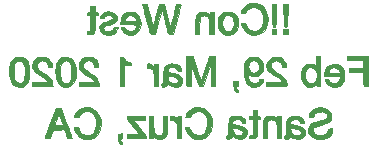
<source format=gbr>
G04 #@! TF.GenerationSoftware,KiCad,Pcbnew,(5.1.5-0)*
G04 #@! TF.CreationDate,2019-12-28T15:25:09-08:00*
G04 #@! TF.ProjectId,badge,62616467-652e-46b6-9963-61645f706362,rev?*
G04 #@! TF.SameCoordinates,Original*
G04 #@! TF.FileFunction,Legend,Bot*
G04 #@! TF.FilePolarity,Positive*
%FSLAX46Y46*%
G04 Gerber Fmt 4.6, Leading zero omitted, Abs format (unit mm)*
G04 Created by KiCad (PCBNEW (5.1.5-0)) date 2019-12-28 15:25:09*
%MOMM*%
%LPD*%
G04 APERTURE LIST*
%ADD10C,0.010000*%
G04 APERTURE END LIST*
D10*
G36*
X-5715000Y-36065680D02*
G01*
X-5719360Y-36193486D01*
X-5737905Y-36257559D01*
X-5778833Y-36278621D01*
X-5799667Y-36279666D01*
X-5866140Y-36304565D01*
X-5884334Y-36385141D01*
X-5851144Y-36490473D01*
X-5799667Y-36543491D01*
X-5743036Y-36607331D01*
X-5716829Y-36689937D01*
X-5725143Y-36759981D01*
X-5767917Y-36786379D01*
X-5847150Y-36765174D01*
X-5894918Y-36741941D01*
X-5999662Y-36632821D01*
X-6069802Y-36449630D01*
X-6103939Y-36196181D01*
X-6105289Y-36167856D01*
X-6117167Y-35877500D01*
X-5916084Y-35864597D01*
X-5715000Y-35851694D01*
X-5715000Y-36065680D01*
G37*
X-5715000Y-36065680D02*
X-5719360Y-36193486D01*
X-5737905Y-36257559D01*
X-5778833Y-36278621D01*
X-5799667Y-36279666D01*
X-5866140Y-36304565D01*
X-5884334Y-36385141D01*
X-5851144Y-36490473D01*
X-5799667Y-36543491D01*
X-5743036Y-36607331D01*
X-5716829Y-36689937D01*
X-5725143Y-36759981D01*
X-5767917Y-36786379D01*
X-5847150Y-36765174D01*
X-5894918Y-36741941D01*
X-5999662Y-36632821D01*
X-6069802Y-36449630D01*
X-6103939Y-36196181D01*
X-6105289Y-36167856D01*
X-6117167Y-35877500D01*
X-5916084Y-35864597D01*
X-5715000Y-35851694D01*
X-5715000Y-36065680D01*
G36*
X11384406Y-33688491D02*
G01*
X11624598Y-33780344D01*
X11806727Y-33926441D01*
X11925610Y-34121498D01*
X11976066Y-34360231D01*
X11967968Y-34549967D01*
X11928965Y-34699022D01*
X11849690Y-34820957D01*
X11720446Y-34922203D01*
X11531537Y-35009196D01*
X11273267Y-35088370D01*
X11089521Y-35132870D01*
X10819617Y-35202188D01*
X10624902Y-35272913D01*
X10495973Y-35350084D01*
X10423432Y-35438736D01*
X10402809Y-35500840D01*
X10408078Y-35668823D01*
X10483536Y-35811977D01*
X10616570Y-35923147D01*
X10794567Y-35995176D01*
X11004913Y-36020909D01*
X11234996Y-35993190D01*
X11259602Y-35986937D01*
X11467410Y-35900937D01*
X11607995Y-35768564D01*
X11686107Y-35594507D01*
X11721045Y-35490060D01*
X11770446Y-35444296D01*
X11865737Y-35433182D01*
X11897298Y-35433000D01*
X12005313Y-35438427D01*
X12052883Y-35465906D01*
X12064064Y-35532229D01*
X12064070Y-35549416D01*
X12031575Y-35718658D01*
X11948520Y-35901877D01*
X11832946Y-36063428D01*
X11775766Y-36119030D01*
X11557851Y-36248822D01*
X11285878Y-36321193D01*
X10969861Y-36334073D01*
X10808961Y-36318986D01*
X10562160Y-36256399D01*
X10341015Y-36144868D01*
X10170155Y-35997947D01*
X10129888Y-35945322D01*
X10048869Y-35757963D01*
X10028028Y-35545898D01*
X10063153Y-35333031D01*
X10150032Y-35143267D01*
X10284453Y-35000510D01*
X10297994Y-34991272D01*
X10377600Y-34955268D01*
X10519123Y-34906447D01*
X10702068Y-34851399D01*
X10892285Y-34800173D01*
X11093650Y-34746989D01*
X11271231Y-34696452D01*
X11405194Y-34654439D01*
X11473963Y-34627794D01*
X11576986Y-34529428D01*
X11614907Y-34390426D01*
X11583095Y-34231767D01*
X11498996Y-34107467D01*
X11365250Y-34031043D01*
X11172342Y-33998829D01*
X10985040Y-34001353D01*
X10775018Y-34032078D01*
X10628521Y-34100341D01*
X10528540Y-34217546D01*
X10473992Y-34344000D01*
X10424273Y-34443262D01*
X10344019Y-34485950D01*
X10288693Y-34494166D01*
X10172299Y-34494183D01*
X10113290Y-34455712D01*
X10102434Y-34364536D01*
X10123226Y-34239348D01*
X10183834Y-34067756D01*
X10296526Y-33923687D01*
X10329282Y-33892915D01*
X10495824Y-33771562D01*
X10685029Y-33696593D01*
X10918769Y-33661213D01*
X11091333Y-33656165D01*
X11384406Y-33688491D01*
G37*
X11384406Y-33688491D02*
X11624598Y-33780344D01*
X11806727Y-33926441D01*
X11925610Y-34121498D01*
X11976066Y-34360231D01*
X11967968Y-34549967D01*
X11928965Y-34699022D01*
X11849690Y-34820957D01*
X11720446Y-34922203D01*
X11531537Y-35009196D01*
X11273267Y-35088370D01*
X11089521Y-35132870D01*
X10819617Y-35202188D01*
X10624902Y-35272913D01*
X10495973Y-35350084D01*
X10423432Y-35438736D01*
X10402809Y-35500840D01*
X10408078Y-35668823D01*
X10483536Y-35811977D01*
X10616570Y-35923147D01*
X10794567Y-35995176D01*
X11004913Y-36020909D01*
X11234996Y-35993190D01*
X11259602Y-35986937D01*
X11467410Y-35900937D01*
X11607995Y-35768564D01*
X11686107Y-35594507D01*
X11721045Y-35490060D01*
X11770446Y-35444296D01*
X11865737Y-35433182D01*
X11897298Y-35433000D01*
X12005313Y-35438427D01*
X12052883Y-35465906D01*
X12064064Y-35532229D01*
X12064070Y-35549416D01*
X12031575Y-35718658D01*
X11948520Y-35901877D01*
X11832946Y-36063428D01*
X11775766Y-36119030D01*
X11557851Y-36248822D01*
X11285878Y-36321193D01*
X10969861Y-36334073D01*
X10808961Y-36318986D01*
X10562160Y-36256399D01*
X10341015Y-36144868D01*
X10170155Y-35997947D01*
X10129888Y-35945322D01*
X10048869Y-35757963D01*
X10028028Y-35545898D01*
X10063153Y-35333031D01*
X10150032Y-35143267D01*
X10284453Y-35000510D01*
X10297994Y-34991272D01*
X10377600Y-34955268D01*
X10519123Y-34906447D01*
X10702068Y-34851399D01*
X10892285Y-34800173D01*
X11093650Y-34746989D01*
X11271231Y-34696452D01*
X11405194Y-34654439D01*
X11473963Y-34627794D01*
X11576986Y-34529428D01*
X11614907Y-34390426D01*
X11583095Y-34231767D01*
X11498996Y-34107467D01*
X11365250Y-34031043D01*
X11172342Y-33998829D01*
X10985040Y-34001353D01*
X10775018Y-34032078D01*
X10628521Y-34100341D01*
X10528540Y-34217546D01*
X10473992Y-34344000D01*
X10424273Y-34443262D01*
X10344019Y-34485950D01*
X10288693Y-34494166D01*
X10172299Y-34494183D01*
X10113290Y-34455712D01*
X10102434Y-34364536D01*
X10123226Y-34239348D01*
X10183834Y-34067756D01*
X10296526Y-33923687D01*
X10329282Y-33892915D01*
X10495824Y-33771562D01*
X10685029Y-33696593D01*
X10918769Y-33661213D01*
X11091333Y-33656165D01*
X11384406Y-33688491D01*
G36*
X-8538759Y-33656188D02*
G01*
X-8395282Y-33679215D01*
X-8261279Y-33727403D01*
X-8174230Y-33769504D01*
X-7920487Y-33943167D01*
X-7731325Y-34171530D01*
X-7606798Y-34454481D01*
X-7546960Y-34791907D01*
X-7545291Y-35093928D01*
X-7590761Y-35444711D01*
X-7685812Y-35730972D01*
X-7834310Y-35959456D01*
X-8040121Y-36136906D01*
X-8191500Y-36221107D01*
X-8419086Y-36292938D01*
X-8682643Y-36320961D01*
X-8944722Y-36303528D01*
X-9112336Y-36261600D01*
X-9350755Y-36133949D01*
X-9554016Y-35942250D01*
X-9706938Y-35704730D01*
X-9793610Y-35443583D01*
X-9819217Y-35306000D01*
X-9633059Y-35306000D01*
X-9515383Y-35311184D01*
X-9452065Y-35340199D01*
X-9412871Y-35413240D01*
X-9395407Y-35464750D01*
X-9286743Y-35699352D01*
X-9136681Y-35868388D01*
X-9049377Y-35924982D01*
X-8889225Y-35971658D01*
X-8689925Y-35980146D01*
X-8486479Y-35953124D01*
X-8313893Y-35893270D01*
X-8267416Y-35865174D01*
X-8117671Y-35709925D01*
X-8009625Y-35499137D01*
X-7944139Y-35251438D01*
X-7922074Y-34985455D01*
X-7944291Y-34719815D01*
X-8011652Y-34473147D01*
X-8125016Y-34264076D01*
X-8189920Y-34188569D01*
X-8370634Y-34057995D01*
X-8577802Y-33987834D01*
X-8793580Y-33975819D01*
X-9000123Y-34019678D01*
X-9179586Y-34117143D01*
X-9314124Y-34265943D01*
X-9350028Y-34336118D01*
X-9400989Y-34440553D01*
X-9458529Y-34487958D01*
X-9556501Y-34500778D01*
X-9599084Y-34501236D01*
X-9714159Y-34491630D01*
X-9770558Y-34453449D01*
X-9772366Y-34373697D01*
X-9723668Y-34239377D01*
X-9698742Y-34184166D01*
X-9555949Y-33958100D01*
X-9364120Y-33795741D01*
X-9118672Y-33694566D01*
X-8815023Y-33652054D01*
X-8729060Y-33650296D01*
X-8538759Y-33656188D01*
G37*
X-8538759Y-33656188D02*
X-8395282Y-33679215D01*
X-8261279Y-33727403D01*
X-8174230Y-33769504D01*
X-7920487Y-33943167D01*
X-7731325Y-34171530D01*
X-7606798Y-34454481D01*
X-7546960Y-34791907D01*
X-7545291Y-35093928D01*
X-7590761Y-35444711D01*
X-7685812Y-35730972D01*
X-7834310Y-35959456D01*
X-8040121Y-36136906D01*
X-8191500Y-36221107D01*
X-8419086Y-36292938D01*
X-8682643Y-36320961D01*
X-8944722Y-36303528D01*
X-9112336Y-36261600D01*
X-9350755Y-36133949D01*
X-9554016Y-35942250D01*
X-9706938Y-35704730D01*
X-9793610Y-35443583D01*
X-9819217Y-35306000D01*
X-9633059Y-35306000D01*
X-9515383Y-35311184D01*
X-9452065Y-35340199D01*
X-9412871Y-35413240D01*
X-9395407Y-35464750D01*
X-9286743Y-35699352D01*
X-9136681Y-35868388D01*
X-9049377Y-35924982D01*
X-8889225Y-35971658D01*
X-8689925Y-35980146D01*
X-8486479Y-35953124D01*
X-8313893Y-35893270D01*
X-8267416Y-35865174D01*
X-8117671Y-35709925D01*
X-8009625Y-35499137D01*
X-7944139Y-35251438D01*
X-7922074Y-34985455D01*
X-7944291Y-34719815D01*
X-8011652Y-34473147D01*
X-8125016Y-34264076D01*
X-8189920Y-34188569D01*
X-8370634Y-34057995D01*
X-8577802Y-33987834D01*
X-8793580Y-33975819D01*
X-9000123Y-34019678D01*
X-9179586Y-34117143D01*
X-9314124Y-34265943D01*
X-9350028Y-34336118D01*
X-9400989Y-34440553D01*
X-9458529Y-34487958D01*
X-9556501Y-34500778D01*
X-9599084Y-34501236D01*
X-9714159Y-34491630D01*
X-9770558Y-34453449D01*
X-9772366Y-34373697D01*
X-9723668Y-34239377D01*
X-9698742Y-34184166D01*
X-9555949Y-33958100D01*
X-9364120Y-33795741D01*
X-9118672Y-33694566D01*
X-8815023Y-33652054D01*
X-8729060Y-33650296D01*
X-8538759Y-33656188D01*
G36*
X-1905930Y-35102482D02*
G01*
X-1907534Y-35380919D01*
X-1912397Y-35589427D01*
X-1921807Y-35742725D01*
X-1937055Y-35855526D01*
X-1959429Y-35942549D01*
X-1985227Y-36007711D01*
X-2102047Y-36171420D01*
X-2268655Y-36276277D01*
X-2470912Y-36318945D01*
X-2694681Y-36296086D01*
X-2892659Y-36221924D01*
X-3007548Y-36166064D01*
X-3066371Y-36148143D01*
X-3087724Y-36166171D01*
X-3090334Y-36200757D01*
X-3106808Y-36252839D01*
X-3170334Y-36275728D01*
X-3259667Y-36279666D01*
X-3429000Y-36279666D01*
X-3429000Y-34374666D01*
X-3090334Y-34374666D01*
X-3090098Y-34935583D01*
X-3085974Y-35233435D01*
X-3072138Y-35460342D01*
X-3045960Y-35629732D01*
X-3004814Y-35755028D01*
X-2946073Y-35849656D01*
X-2902037Y-35896597D01*
X-2769182Y-35973777D01*
X-2610142Y-36000099D01*
X-2458383Y-35973827D01*
X-2375192Y-35923928D01*
X-2343184Y-35889272D01*
X-2319732Y-35843191D01*
X-2303220Y-35772539D01*
X-2292031Y-35664170D01*
X-2284548Y-35504937D01*
X-2279156Y-35281694D01*
X-2276392Y-35120404D01*
X-2264834Y-34395833D01*
X-2084917Y-34382815D01*
X-1905000Y-34369798D01*
X-1905930Y-35102482D01*
G37*
X-1905930Y-35102482D02*
X-1907534Y-35380919D01*
X-1912397Y-35589427D01*
X-1921807Y-35742725D01*
X-1937055Y-35855526D01*
X-1959429Y-35942549D01*
X-1985227Y-36007711D01*
X-2102047Y-36171420D01*
X-2268655Y-36276277D01*
X-2470912Y-36318945D01*
X-2694681Y-36296086D01*
X-2892659Y-36221924D01*
X-3007548Y-36166064D01*
X-3066371Y-36148143D01*
X-3087724Y-36166171D01*
X-3090334Y-36200757D01*
X-3106808Y-36252839D01*
X-3170334Y-36275728D01*
X-3259667Y-36279666D01*
X-3429000Y-36279666D01*
X-3429000Y-34374666D01*
X-3090334Y-34374666D01*
X-3090098Y-34935583D01*
X-3085974Y-35233435D01*
X-3072138Y-35460342D01*
X-3045960Y-35629732D01*
X-3004814Y-35755028D01*
X-2946073Y-35849656D01*
X-2902037Y-35896597D01*
X-2769182Y-35973777D01*
X-2610142Y-36000099D01*
X-2458383Y-35973827D01*
X-2375192Y-35923928D01*
X-2343184Y-35889272D01*
X-2319732Y-35843191D01*
X-2303220Y-35772539D01*
X-2292031Y-35664170D01*
X-2284548Y-35504937D01*
X-2279156Y-35281694D01*
X-2276392Y-35120404D01*
X-2264834Y-34395833D01*
X-2084917Y-34382815D01*
X-1905000Y-34369798D01*
X-1905930Y-35102482D01*
G36*
X1054040Y-33688903D02*
G01*
X1102792Y-33702248D01*
X1297898Y-33796039D01*
X1488810Y-33949983D01*
X1653625Y-34141439D01*
X1770438Y-34347768D01*
X1795667Y-34418423D01*
X1840806Y-34648937D01*
X1859677Y-34924018D01*
X1852316Y-35207755D01*
X1818754Y-35464238D01*
X1794609Y-35562899D01*
X1705488Y-35759976D01*
X1565508Y-35952814D01*
X1395336Y-36119541D01*
X1215641Y-36238289D01*
X1121833Y-36274788D01*
X908434Y-36310070D01*
X662418Y-36315241D01*
X424056Y-36291371D01*
X265656Y-36251987D01*
X83712Y-36151338D01*
X-88325Y-35992776D01*
X-234009Y-35798664D01*
X-336891Y-35591366D01*
X-380524Y-35393246D01*
X-381000Y-35372737D01*
X-364711Y-35327499D01*
X-302241Y-35311054D01*
X-204374Y-35314149D01*
X-90479Y-35329283D01*
X-27620Y-35369145D01*
X15465Y-35458550D01*
X29582Y-35499866D01*
X98068Y-35639648D01*
X199351Y-35778592D01*
X233484Y-35814631D01*
X335696Y-35900940D01*
X437991Y-35947847D01*
X577681Y-35970569D01*
X625307Y-35974435D01*
X893941Y-35960934D01*
X1113533Y-35878909D01*
X1282996Y-35729610D01*
X1401241Y-35514291D01*
X1467182Y-35234203D01*
X1481666Y-34988500D01*
X1454270Y-34660694D01*
X1372840Y-34395653D01*
X1238509Y-34194777D01*
X1052412Y-34059471D01*
X815685Y-33991135D01*
X667686Y-33982569D01*
X426393Y-34011855D01*
X242589Y-34098305D01*
X106796Y-34247277D01*
X64866Y-34323351D01*
X6327Y-34432495D01*
X-51053Y-34484602D01*
X-139066Y-34500632D01*
X-205627Y-34501666D01*
X-319401Y-34498541D01*
X-368157Y-34479389D01*
X-371529Y-34429546D01*
X-361527Y-34385250D01*
X-300497Y-34223759D01*
X-203269Y-34053118D01*
X-90950Y-33906525D01*
X-10421Y-33832975D01*
X211353Y-33722482D01*
X479632Y-33659650D01*
X768999Y-33647462D01*
X1054040Y-33688903D01*
G37*
X1054040Y-33688903D02*
X1102792Y-33702248D01*
X1297898Y-33796039D01*
X1488810Y-33949983D01*
X1653625Y-34141439D01*
X1770438Y-34347768D01*
X1795667Y-34418423D01*
X1840806Y-34648937D01*
X1859677Y-34924018D01*
X1852316Y-35207755D01*
X1818754Y-35464238D01*
X1794609Y-35562899D01*
X1705488Y-35759976D01*
X1565508Y-35952814D01*
X1395336Y-36119541D01*
X1215641Y-36238289D01*
X1121833Y-36274788D01*
X908434Y-36310070D01*
X662418Y-36315241D01*
X424056Y-36291371D01*
X265656Y-36251987D01*
X83712Y-36151338D01*
X-88325Y-35992776D01*
X-234009Y-35798664D01*
X-336891Y-35591366D01*
X-380524Y-35393246D01*
X-381000Y-35372737D01*
X-364711Y-35327499D01*
X-302241Y-35311054D01*
X-204374Y-35314149D01*
X-90479Y-35329283D01*
X-27620Y-35369145D01*
X15465Y-35458550D01*
X29582Y-35499866D01*
X98068Y-35639648D01*
X199351Y-35778592D01*
X233484Y-35814631D01*
X335696Y-35900940D01*
X437991Y-35947847D01*
X577681Y-35970569D01*
X625307Y-35974435D01*
X893941Y-35960934D01*
X1113533Y-35878909D01*
X1282996Y-35729610D01*
X1401241Y-35514291D01*
X1467182Y-35234203D01*
X1481666Y-34988500D01*
X1454270Y-34660694D01*
X1372840Y-34395653D01*
X1238509Y-34194777D01*
X1052412Y-34059471D01*
X815685Y-33991135D01*
X667686Y-33982569D01*
X426393Y-34011855D01*
X242589Y-34098305D01*
X106796Y-34247277D01*
X64866Y-34323351D01*
X6327Y-34432495D01*
X-51053Y-34484602D01*
X-139066Y-34500632D01*
X-205627Y-34501666D01*
X-319401Y-34498541D01*
X-368157Y-34479389D01*
X-371529Y-34429546D01*
X-361527Y-34385250D01*
X-300497Y-34223759D01*
X-203269Y-34053118D01*
X-90950Y-33906525D01*
X-10421Y-33832975D01*
X211353Y-33722482D01*
X479632Y-33659650D01*
X768999Y-33647462D01*
X1054040Y-33688903D01*
G36*
X4247046Y-34379731D02*
G01*
X4335722Y-34405891D01*
X4536030Y-34510765D01*
X4662043Y-34654707D01*
X4712798Y-34836596D01*
X4713255Y-34844764D01*
X4710140Y-34943121D01*
X4672092Y-34986161D01*
X4584221Y-35001643D01*
X4489049Y-35000317D01*
X4431821Y-34957860D01*
X4387234Y-34868695D01*
X4302100Y-34751675D01*
X4175665Y-34677585D01*
X4027233Y-34645076D01*
X3876104Y-34652797D01*
X3741580Y-34699398D01*
X3642962Y-34783529D01*
X3599551Y-34903840D01*
X3598981Y-34923836D01*
X3613372Y-34999960D01*
X3663888Y-35055695D01*
X3764212Y-35098036D01*
X3928027Y-35133977D01*
X4047577Y-35153168D01*
X4333948Y-35208202D01*
X4545330Y-35280607D01*
X4690819Y-35377840D01*
X4779508Y-35507358D01*
X4820494Y-35676617D01*
X4826000Y-35791352D01*
X4789647Y-35985668D01*
X4689787Y-36140565D01*
X4540213Y-36251157D01*
X4354719Y-36312561D01*
X4147102Y-36319894D01*
X3931155Y-36268270D01*
X3748877Y-36172713D01*
X3638986Y-36100611D01*
X3581335Y-36073933D01*
X3559255Y-36088909D01*
X3556000Y-36129099D01*
X3518293Y-36218254D01*
X3419723Y-36280970D01*
X3282110Y-36309011D01*
X3127275Y-36294146D01*
X3122083Y-36292818D01*
X3061420Y-36236186D01*
X3048000Y-36152506D01*
X3064934Y-36059098D01*
X3127459Y-36020763D01*
X3143250Y-36018027D01*
X3179422Y-36009803D01*
X3205571Y-35988594D01*
X3223898Y-35941739D01*
X3236604Y-35856575D01*
X3245890Y-35720439D01*
X3253957Y-35520668D01*
X3255563Y-35472163D01*
X3598333Y-35472163D01*
X3634297Y-35686861D01*
X3735275Y-35855649D01*
X3890898Y-35968598D01*
X4090797Y-36015785D01*
X4165601Y-36015176D01*
X4307442Y-35984298D01*
X4405974Y-35902988D01*
X4413485Y-35893170D01*
X4474407Y-35762696D01*
X4454208Y-35648286D01*
X4355375Y-35552681D01*
X4180399Y-35478619D01*
X4000500Y-35438825D01*
X3851343Y-35411845D01*
X3728490Y-35384810D01*
X3672416Y-35368402D01*
X3620709Y-35362611D01*
X3600535Y-35413305D01*
X3598333Y-35472163D01*
X3255563Y-35472163D01*
X3259666Y-35348333D01*
X3271670Y-35077448D01*
X3288118Y-34856039D01*
X3307906Y-34695445D01*
X3329930Y-34607002D01*
X3332286Y-34602434D01*
X3438590Y-34494154D01*
X3604735Y-34413530D01*
X3809203Y-34364775D01*
X4030480Y-34352104D01*
X4247046Y-34379731D01*
G37*
X4247046Y-34379731D02*
X4335722Y-34405891D01*
X4536030Y-34510765D01*
X4662043Y-34654707D01*
X4712798Y-34836596D01*
X4713255Y-34844764D01*
X4710140Y-34943121D01*
X4672092Y-34986161D01*
X4584221Y-35001643D01*
X4489049Y-35000317D01*
X4431821Y-34957860D01*
X4387234Y-34868695D01*
X4302100Y-34751675D01*
X4175665Y-34677585D01*
X4027233Y-34645076D01*
X3876104Y-34652797D01*
X3741580Y-34699398D01*
X3642962Y-34783529D01*
X3599551Y-34903840D01*
X3598981Y-34923836D01*
X3613372Y-34999960D01*
X3663888Y-35055695D01*
X3764212Y-35098036D01*
X3928027Y-35133977D01*
X4047577Y-35153168D01*
X4333948Y-35208202D01*
X4545330Y-35280607D01*
X4690819Y-35377840D01*
X4779508Y-35507358D01*
X4820494Y-35676617D01*
X4826000Y-35791352D01*
X4789647Y-35985668D01*
X4689787Y-36140565D01*
X4540213Y-36251157D01*
X4354719Y-36312561D01*
X4147102Y-36319894D01*
X3931155Y-36268270D01*
X3748877Y-36172713D01*
X3638986Y-36100611D01*
X3581335Y-36073933D01*
X3559255Y-36088909D01*
X3556000Y-36129099D01*
X3518293Y-36218254D01*
X3419723Y-36280970D01*
X3282110Y-36309011D01*
X3127275Y-36294146D01*
X3122083Y-36292818D01*
X3061420Y-36236186D01*
X3048000Y-36152506D01*
X3064934Y-36059098D01*
X3127459Y-36020763D01*
X3143250Y-36018027D01*
X3179422Y-36009803D01*
X3205571Y-35988594D01*
X3223898Y-35941739D01*
X3236604Y-35856575D01*
X3245890Y-35720439D01*
X3253957Y-35520668D01*
X3255563Y-35472163D01*
X3598333Y-35472163D01*
X3634297Y-35686861D01*
X3735275Y-35855649D01*
X3890898Y-35968598D01*
X4090797Y-36015785D01*
X4165601Y-36015176D01*
X4307442Y-35984298D01*
X4405974Y-35902988D01*
X4413485Y-35893170D01*
X4474407Y-35762696D01*
X4454208Y-35648286D01*
X4355375Y-35552681D01*
X4180399Y-35478619D01*
X4000500Y-35438825D01*
X3851343Y-35411845D01*
X3728490Y-35384810D01*
X3672416Y-35368402D01*
X3620709Y-35362611D01*
X3600535Y-35413305D01*
X3598333Y-35472163D01*
X3255563Y-35472163D01*
X3259666Y-35348333D01*
X3271670Y-35077448D01*
X3288118Y-34856039D01*
X3307906Y-34695445D01*
X3329930Y-34607002D01*
X3332286Y-34602434D01*
X3438590Y-34494154D01*
X3604735Y-34413530D01*
X3809203Y-34364775D01*
X4030480Y-34352104D01*
X4247046Y-34379731D01*
G36*
X9123495Y-34374285D02*
G01*
X9325486Y-34444843D01*
X9490301Y-34553787D01*
X9603680Y-34695908D01*
X9651368Y-34865996D01*
X9652000Y-34888927D01*
X9643011Y-34970262D01*
X9599009Y-35003534D01*
X9504401Y-35009666D01*
X9399029Y-34998017D01*
X9336921Y-34946810D01*
X9296831Y-34866135D01*
X9211344Y-34749001D01*
X9084572Y-34675957D01*
X8935904Y-34645361D01*
X8784730Y-34655571D01*
X8650438Y-34704944D01*
X8552418Y-34791838D01*
X8510059Y-34914613D01*
X8509648Y-34932800D01*
X8525605Y-35005511D01*
X8580398Y-35059512D01*
X8687350Y-35101348D01*
X8859786Y-35137564D01*
X8958244Y-35153168D01*
X9244615Y-35208202D01*
X9455997Y-35280607D01*
X9601485Y-35377840D01*
X9690175Y-35507358D01*
X9731161Y-35676617D01*
X9736666Y-35791352D01*
X9724607Y-35930588D01*
X9676577Y-36039126D01*
X9596457Y-36137571D01*
X9492588Y-36235425D01*
X9387724Y-36286696D01*
X9240690Y-36311273D01*
X9235860Y-36311742D01*
X9048251Y-36308740D01*
X8858461Y-36271261D01*
X8695677Y-36207553D01*
X8592288Y-36129839D01*
X8550943Y-36100205D01*
X8499675Y-36121738D01*
X8423803Y-36195567D01*
X8305300Y-36288845D01*
X8172022Y-36315578D01*
X8032750Y-36292818D01*
X7972129Y-36236030D01*
X7958666Y-36149562D01*
X7970745Y-36060237D01*
X8021599Y-36028219D01*
X8064500Y-36025666D01*
X8170333Y-36025666D01*
X8170333Y-35472163D01*
X8509000Y-35472163D01*
X8526254Y-35607793D01*
X8567022Y-35743919D01*
X8660943Y-35874543D01*
X8803537Y-35968054D01*
X8970340Y-36017976D01*
X9136885Y-36017834D01*
X9278709Y-35961151D01*
X9305350Y-35939350D01*
X9384495Y-35827686D01*
X9382476Y-35709220D01*
X9314409Y-35592149D01*
X9245269Y-35527586D01*
X9144416Y-35483159D01*
X8987990Y-35449209D01*
X8943992Y-35442224D01*
X8786879Y-35415711D01*
X8656080Y-35389007D01*
X8583083Y-35368921D01*
X8531405Y-35362649D01*
X8511229Y-35412849D01*
X8509000Y-35472163D01*
X8170333Y-35472163D01*
X8170333Y-35388564D01*
X8173172Y-35099724D01*
X8184112Y-34882576D01*
X8206787Y-34724264D01*
X8244831Y-34611932D01*
X8301877Y-34532724D01*
X8381561Y-34473782D01*
X8437035Y-34445020D01*
X8665012Y-34369164D01*
X8898584Y-34347323D01*
X9123495Y-34374285D01*
G37*
X9123495Y-34374285D02*
X9325486Y-34444843D01*
X9490301Y-34553787D01*
X9603680Y-34695908D01*
X9651368Y-34865996D01*
X9652000Y-34888927D01*
X9643011Y-34970262D01*
X9599009Y-35003534D01*
X9504401Y-35009666D01*
X9399029Y-34998017D01*
X9336921Y-34946810D01*
X9296831Y-34866135D01*
X9211344Y-34749001D01*
X9084572Y-34675957D01*
X8935904Y-34645361D01*
X8784730Y-34655571D01*
X8650438Y-34704944D01*
X8552418Y-34791838D01*
X8510059Y-34914613D01*
X8509648Y-34932800D01*
X8525605Y-35005511D01*
X8580398Y-35059512D01*
X8687350Y-35101348D01*
X8859786Y-35137564D01*
X8958244Y-35153168D01*
X9244615Y-35208202D01*
X9455997Y-35280607D01*
X9601485Y-35377840D01*
X9690175Y-35507358D01*
X9731161Y-35676617D01*
X9736666Y-35791352D01*
X9724607Y-35930588D01*
X9676577Y-36039126D01*
X9596457Y-36137571D01*
X9492588Y-36235425D01*
X9387724Y-36286696D01*
X9240690Y-36311273D01*
X9235860Y-36311742D01*
X9048251Y-36308740D01*
X8858461Y-36271261D01*
X8695677Y-36207553D01*
X8592288Y-36129839D01*
X8550943Y-36100205D01*
X8499675Y-36121738D01*
X8423803Y-36195567D01*
X8305300Y-36288845D01*
X8172022Y-36315578D01*
X8032750Y-36292818D01*
X7972129Y-36236030D01*
X7958666Y-36149562D01*
X7970745Y-36060237D01*
X8021599Y-36028219D01*
X8064500Y-36025666D01*
X8170333Y-36025666D01*
X8170333Y-35472163D01*
X8509000Y-35472163D01*
X8526254Y-35607793D01*
X8567022Y-35743919D01*
X8660943Y-35874543D01*
X8803537Y-35968054D01*
X8970340Y-36017976D01*
X9136885Y-36017834D01*
X9278709Y-35961151D01*
X9305350Y-35939350D01*
X9384495Y-35827686D01*
X9382476Y-35709220D01*
X9314409Y-35592149D01*
X9245269Y-35527586D01*
X9144416Y-35483159D01*
X8987990Y-35449209D01*
X8943992Y-35442224D01*
X8786879Y-35415711D01*
X8656080Y-35389007D01*
X8583083Y-35368921D01*
X8531405Y-35362649D01*
X8511229Y-35412849D01*
X8509000Y-35472163D01*
X8170333Y-35472163D01*
X8170333Y-35388564D01*
X8173172Y-35099724D01*
X8184112Y-34882576D01*
X8206787Y-34724264D01*
X8244831Y-34611932D01*
X8301877Y-34532724D01*
X8381561Y-34473782D01*
X8437035Y-34445020D01*
X8665012Y-34369164D01*
X8898584Y-34347323D01*
X9123495Y-34374285D01*
G36*
X-10461781Y-34954748D02*
G01*
X-10346490Y-35263623D01*
X-10241415Y-35547081D01*
X-10150101Y-35795403D01*
X-10076092Y-35998874D01*
X-10022934Y-36147776D01*
X-9994171Y-36232391D01*
X-9990030Y-36247916D01*
X-10028228Y-36267107D01*
X-10123802Y-36278400D01*
X-10175374Y-36279666D01*
X-10360081Y-36279666D01*
X-10496836Y-35897357D01*
X-10633592Y-35515048D01*
X-11123592Y-35526940D01*
X-11613592Y-35538833D01*
X-11736991Y-35909250D01*
X-11860389Y-36279666D01*
X-12068528Y-36279666D01*
X-12188143Y-36277730D01*
X-12263372Y-36272790D01*
X-12276601Y-36269083D01*
X-12262725Y-36228211D01*
X-12223414Y-36117280D01*
X-12162090Y-35945828D01*
X-12082178Y-35723391D01*
X-11987100Y-35459506D01*
X-11880282Y-35163712D01*
X-11878916Y-35159933D01*
X-11472334Y-35159933D01*
X-11433249Y-35168563D01*
X-11328975Y-35175158D01*
X-11178984Y-35178681D01*
X-11113761Y-35179000D01*
X-10755188Y-35179000D01*
X-10925235Y-34704303D01*
X-11003159Y-34488170D01*
X-11058127Y-34341682D01*
X-11095289Y-34254619D01*
X-11119795Y-34216761D01*
X-11136796Y-34217886D01*
X-11151442Y-34247776D01*
X-11153061Y-34252190D01*
X-11246908Y-34512167D01*
X-11329555Y-34743397D01*
X-11396956Y-34934384D01*
X-11445071Y-35073634D01*
X-11469854Y-35149651D01*
X-11472334Y-35159933D01*
X-11878916Y-35159933D01*
X-11816906Y-34988500D01*
X-11357277Y-33718500D01*
X-10934169Y-33693330D01*
X-10461781Y-34954748D01*
G37*
X-10461781Y-34954748D02*
X-10346490Y-35263623D01*
X-10241415Y-35547081D01*
X-10150101Y-35795403D01*
X-10076092Y-35998874D01*
X-10022934Y-36147776D01*
X-9994171Y-36232391D01*
X-9990030Y-36247916D01*
X-10028228Y-36267107D01*
X-10123802Y-36278400D01*
X-10175374Y-36279666D01*
X-10360081Y-36279666D01*
X-10496836Y-35897357D01*
X-10633592Y-35515048D01*
X-11123592Y-35526940D01*
X-11613592Y-35538833D01*
X-11736991Y-35909250D01*
X-11860389Y-36279666D01*
X-12068528Y-36279666D01*
X-12188143Y-36277730D01*
X-12263372Y-36272790D01*
X-12276601Y-36269083D01*
X-12262725Y-36228211D01*
X-12223414Y-36117280D01*
X-12162090Y-35945828D01*
X-12082178Y-35723391D01*
X-11987100Y-35459506D01*
X-11880282Y-35163712D01*
X-11878916Y-35159933D01*
X-11472334Y-35159933D01*
X-11433249Y-35168563D01*
X-11328975Y-35175158D01*
X-11178984Y-35178681D01*
X-11113761Y-35179000D01*
X-10755188Y-35179000D01*
X-10925235Y-34704303D01*
X-11003159Y-34488170D01*
X-11058127Y-34341682D01*
X-11095289Y-34254619D01*
X-11119795Y-34216761D01*
X-11136796Y-34217886D01*
X-11151442Y-34247776D01*
X-11153061Y-34252190D01*
X-11246908Y-34512167D01*
X-11329555Y-34743397D01*
X-11396956Y-34934384D01*
X-11445071Y-35073634D01*
X-11469854Y-35149651D01*
X-11472334Y-35159933D01*
X-11878916Y-35159933D01*
X-11816906Y-34988500D01*
X-11357277Y-33718500D01*
X-10934169Y-33693330D01*
X-10461781Y-34954748D01*
G36*
X-3810000Y-34710646D02*
G01*
X-4298208Y-34722573D01*
X-4786415Y-34734500D01*
X-4253128Y-35380760D01*
X-4064137Y-35612001D01*
X-3924549Y-35788875D01*
X-3827994Y-35920719D01*
X-3768103Y-36016867D01*
X-3738505Y-36086655D01*
X-3732831Y-36139417D01*
X-3733171Y-36142760D01*
X-3746500Y-36258500D01*
X-5334000Y-36281534D01*
X-5334000Y-35941000D01*
X-4804834Y-35941000D01*
X-4604370Y-35939327D01*
X-4438750Y-35934760D01*
X-4324003Y-35927975D01*
X-4276158Y-35919647D01*
X-4275667Y-35918684D01*
X-4301445Y-35880649D01*
X-4373167Y-35788207D01*
X-4482415Y-35651860D01*
X-4620772Y-35482111D01*
X-4779821Y-35289463D01*
X-4783667Y-35284833D01*
X-4965656Y-35063833D01*
X-5099159Y-34895960D01*
X-5191320Y-34770516D01*
X-5249282Y-34676801D01*
X-5280188Y-34604116D01*
X-5291183Y-34541762D01*
X-5291667Y-34523982D01*
X-5291667Y-34374666D01*
X-3810000Y-34374666D01*
X-3810000Y-34710646D01*
G37*
X-3810000Y-34710646D02*
X-4298208Y-34722573D01*
X-4786415Y-34734500D01*
X-4253128Y-35380760D01*
X-4064137Y-35612001D01*
X-3924549Y-35788875D01*
X-3827994Y-35920719D01*
X-3768103Y-36016867D01*
X-3738505Y-36086655D01*
X-3732831Y-36139417D01*
X-3733171Y-36142760D01*
X-3746500Y-36258500D01*
X-5334000Y-36281534D01*
X-5334000Y-35941000D01*
X-4804834Y-35941000D01*
X-4604370Y-35939327D01*
X-4438750Y-35934760D01*
X-4324003Y-35927975D01*
X-4276158Y-35919647D01*
X-4275667Y-35918684D01*
X-4301445Y-35880649D01*
X-4373167Y-35788207D01*
X-4482415Y-35651860D01*
X-4620772Y-35482111D01*
X-4779821Y-35289463D01*
X-4783667Y-35284833D01*
X-4965656Y-35063833D01*
X-5099159Y-34895960D01*
X-5191320Y-34770516D01*
X-5249282Y-34676801D01*
X-5280188Y-34604116D01*
X-5291183Y-34541762D01*
X-5291667Y-34523982D01*
X-5291667Y-34374666D01*
X-3810000Y-34374666D01*
X-3810000Y-34710646D01*
G36*
X-1403699Y-34382102D02*
G01*
X-1277005Y-34445807D01*
X-1201400Y-34507302D01*
X-1122563Y-34594417D01*
X-1099360Y-34495125D01*
X-1063838Y-34424538D01*
X-983933Y-34390835D01*
X-919079Y-34382694D01*
X-762000Y-34369555D01*
X-762000Y-36279666D01*
X-1100667Y-36279666D01*
X-1100667Y-35001200D01*
X-1244600Y-34857266D01*
X-1363544Y-34758547D01*
X-1477182Y-34717506D01*
X-1540934Y-34713333D01*
X-1638236Y-34708523D01*
X-1681667Y-34677873D01*
X-1692953Y-34597055D01*
X-1693334Y-34542671D01*
X-1677384Y-34409595D01*
X-1631580Y-34348312D01*
X-1533461Y-34345327D01*
X-1403699Y-34382102D01*
G37*
X-1403699Y-34382102D02*
X-1277005Y-34445807D01*
X-1201400Y-34507302D01*
X-1122563Y-34594417D01*
X-1099360Y-34495125D01*
X-1063838Y-34424538D01*
X-983933Y-34390835D01*
X-919079Y-34382694D01*
X-762000Y-34369555D01*
X-762000Y-36279666D01*
X-1100667Y-36279666D01*
X-1100667Y-35001200D01*
X-1244600Y-34857266D01*
X-1363544Y-34758547D01*
X-1477182Y-34717506D01*
X-1540934Y-34713333D01*
X-1638236Y-34708523D01*
X-1681667Y-34677873D01*
X-1692953Y-34597055D01*
X-1693334Y-34542671D01*
X-1677384Y-34409595D01*
X-1631580Y-34348312D01*
X-1533461Y-34345327D01*
X-1403699Y-34382102D01*
G36*
X5672666Y-34120666D02*
G01*
X5674329Y-34261264D01*
X5685970Y-34337151D01*
X5717567Y-34368284D01*
X5779099Y-34374619D01*
X5799666Y-34374666D01*
X5884993Y-34382926D01*
X5919990Y-34424821D01*
X5926666Y-34522833D01*
X5919586Y-34622380D01*
X5883676Y-34663211D01*
X5799666Y-34671000D01*
X5672666Y-34671000D01*
X5672666Y-35363790D01*
X5671883Y-35623926D01*
X5668504Y-35813574D01*
X5660983Y-35946904D01*
X5647773Y-36038091D01*
X5627329Y-36101304D01*
X5598106Y-36150716D01*
X5584927Y-36168124D01*
X5519910Y-36234934D01*
X5441423Y-36268372D01*
X5318802Y-36279211D01*
X5267427Y-36279666D01*
X5037666Y-36279666D01*
X5037666Y-36134182D01*
X5045879Y-36034731D01*
X5087015Y-35991001D01*
X5175250Y-35975432D01*
X5312833Y-35962166D01*
X5336205Y-34671000D01*
X5186935Y-34671000D01*
X5087142Y-34664580D01*
X5046022Y-34628194D01*
X5037692Y-34536148D01*
X5037666Y-34522833D01*
X5044219Y-34423527D01*
X5081193Y-34382801D01*
X5174555Y-34374685D01*
X5185833Y-34374666D01*
X5334000Y-34374666D01*
X5334000Y-33866666D01*
X5672666Y-33866666D01*
X5672666Y-34120666D01*
G37*
X5672666Y-34120666D02*
X5674329Y-34261264D01*
X5685970Y-34337151D01*
X5717567Y-34368284D01*
X5779099Y-34374619D01*
X5799666Y-34374666D01*
X5884993Y-34382926D01*
X5919990Y-34424821D01*
X5926666Y-34522833D01*
X5919586Y-34622380D01*
X5883676Y-34663211D01*
X5799666Y-34671000D01*
X5672666Y-34671000D01*
X5672666Y-35363790D01*
X5671883Y-35623926D01*
X5668504Y-35813574D01*
X5660983Y-35946904D01*
X5647773Y-36038091D01*
X5627329Y-36101304D01*
X5598106Y-36150716D01*
X5584927Y-36168124D01*
X5519910Y-36234934D01*
X5441423Y-36268372D01*
X5318802Y-36279211D01*
X5267427Y-36279666D01*
X5037666Y-36279666D01*
X5037666Y-36134182D01*
X5045879Y-36034731D01*
X5087015Y-35991001D01*
X5175250Y-35975432D01*
X5312833Y-35962166D01*
X5336205Y-34671000D01*
X5186935Y-34671000D01*
X5087142Y-34664580D01*
X5046022Y-34628194D01*
X5037692Y-34536148D01*
X5037666Y-34522833D01*
X5044219Y-34423527D01*
X5081193Y-34382801D01*
X5174555Y-34374685D01*
X5185833Y-34374666D01*
X5334000Y-34374666D01*
X5334000Y-33866666D01*
X5672666Y-33866666D01*
X5672666Y-34120666D01*
G36*
X7088680Y-34411514D02*
G01*
X7254640Y-34504882D01*
X7366000Y-34592478D01*
X7366000Y-34483572D01*
X7374774Y-34413481D01*
X7417035Y-34382324D01*
X7516689Y-34374725D01*
X7535333Y-34374666D01*
X7704666Y-34374666D01*
X7704666Y-36279666D01*
X7373598Y-36279666D01*
X7359216Y-35634083D01*
X7351816Y-35373636D01*
X7341885Y-35183652D01*
X7327750Y-35049929D01*
X7307736Y-34958268D01*
X7280170Y-34894469D01*
X7270156Y-34878607D01*
X7148042Y-34756913D01*
X6995572Y-34686220D01*
X6835745Y-34669860D01*
X6691555Y-34711163D01*
X6607072Y-34782542D01*
X6574253Y-34830446D01*
X6550779Y-34886971D01*
X6535104Y-34966287D01*
X6525683Y-35082568D01*
X6520968Y-35249985D01*
X6519416Y-35482709D01*
X6519333Y-35586875D01*
X6519333Y-36279666D01*
X6180666Y-36279666D01*
X6180824Y-35507083D01*
X6181711Y-35227886D01*
X6185061Y-35019771D01*
X6192108Y-34869162D01*
X6204083Y-34762481D01*
X6222222Y-34686153D01*
X6247754Y-34626602D01*
X6263226Y-34599618D01*
X6351499Y-34482938D01*
X6459168Y-34410811D01*
X6615806Y-34365002D01*
X6656289Y-34357271D01*
X6870224Y-34354699D01*
X7088680Y-34411514D01*
G37*
X7088680Y-34411514D02*
X7254640Y-34504882D01*
X7366000Y-34592478D01*
X7366000Y-34483572D01*
X7374774Y-34413481D01*
X7417035Y-34382324D01*
X7516689Y-34374725D01*
X7535333Y-34374666D01*
X7704666Y-34374666D01*
X7704666Y-36279666D01*
X7373598Y-36279666D01*
X7359216Y-35634083D01*
X7351816Y-35373636D01*
X7341885Y-35183652D01*
X7327750Y-35049929D01*
X7307736Y-34958268D01*
X7280170Y-34894469D01*
X7270156Y-34878607D01*
X7148042Y-34756913D01*
X6995572Y-34686220D01*
X6835745Y-34669860D01*
X6691555Y-34711163D01*
X6607072Y-34782542D01*
X6574253Y-34830446D01*
X6550779Y-34886971D01*
X6535104Y-34966287D01*
X6525683Y-35082568D01*
X6520968Y-35249985D01*
X6519416Y-35482709D01*
X6519333Y-35586875D01*
X6519333Y-36279666D01*
X6180666Y-36279666D01*
X6180824Y-35507083D01*
X6181711Y-35227886D01*
X6185061Y-35019771D01*
X6192108Y-34869162D01*
X6204083Y-34762481D01*
X6222222Y-34686153D01*
X6247754Y-34626602D01*
X6263226Y-34599618D01*
X6351499Y-34482938D01*
X6459168Y-34410811D01*
X6615806Y-34365002D01*
X6656289Y-34357271D01*
X6870224Y-34354699D01*
X7088680Y-34411514D01*
G36*
X4106333Y-31665333D02*
G01*
X4103004Y-31790879D01*
X4085591Y-31853507D01*
X4042952Y-31874913D01*
X3997647Y-31877000D01*
X3920758Y-31888034D01*
X3907906Y-31936337D01*
X3916659Y-31972250D01*
X3971212Y-32076487D01*
X4025345Y-32137785D01*
X4088604Y-32226071D01*
X4106333Y-32296535D01*
X4097429Y-32362407D01*
X4056798Y-32377411D01*
X3963559Y-32347658D01*
X3950051Y-32342260D01*
X3838681Y-32264795D01*
X3760748Y-32130391D01*
X3711980Y-31929526D01*
X3695001Y-31773934D01*
X3670779Y-31453666D01*
X4106333Y-31453666D01*
X4106333Y-31665333D01*
G37*
X4106333Y-31665333D02*
X4103004Y-31790879D01*
X4085591Y-31853507D01*
X4042952Y-31874913D01*
X3997647Y-31877000D01*
X3920758Y-31888034D01*
X3907906Y-31936337D01*
X3916659Y-31972250D01*
X3971212Y-32076487D01*
X4025345Y-32137785D01*
X4088604Y-32226071D01*
X4106333Y-32296535D01*
X4097429Y-32362407D01*
X4056798Y-32377411D01*
X3963559Y-32347658D01*
X3950051Y-32342260D01*
X3838681Y-32264795D01*
X3760748Y-32130391D01*
X3711980Y-31929526D01*
X3695001Y-31773934D01*
X3670779Y-31453666D01*
X4106333Y-31453666D01*
X4106333Y-31665333D01*
G36*
X-14180845Y-29401144D02*
G01*
X-13982447Y-29496073D01*
X-13823011Y-29661794D01*
X-13722829Y-29837501D01*
X-13676791Y-29941712D01*
X-13645311Y-30036130D01*
X-13625652Y-30140497D01*
X-13615073Y-30274555D01*
X-13610834Y-30458044D01*
X-13610167Y-30649333D01*
X-13611181Y-30883534D01*
X-13616141Y-31052682D01*
X-13627924Y-31176386D01*
X-13649405Y-31274254D01*
X-13683462Y-31365892D01*
X-13729725Y-31464306D01*
X-13831145Y-31637787D01*
X-13945401Y-31756702D01*
X-14029778Y-31813556D01*
X-14242270Y-31895525D01*
X-14478052Y-31918145D01*
X-14702345Y-31879215D01*
X-14753167Y-31859331D01*
X-14928325Y-31742414D01*
X-15081939Y-31568468D01*
X-15174610Y-31401259D01*
X-15245391Y-31167284D01*
X-15289680Y-30883969D01*
X-15304307Y-30583369D01*
X-15301808Y-30544126D01*
X-14918852Y-30544126D01*
X-14918184Y-30774160D01*
X-14908080Y-30987884D01*
X-14888478Y-31160473D01*
X-14868086Y-31246358D01*
X-14773506Y-31419475D01*
X-14640282Y-31540161D01*
X-14485400Y-31601495D01*
X-14325845Y-31596558D01*
X-14185607Y-31524346D01*
X-14075554Y-31380512D01*
X-14001423Y-31160413D01*
X-13963333Y-30864507D01*
X-13957836Y-30649333D01*
X-13971554Y-30338294D01*
X-14011393Y-30097988D01*
X-14080439Y-29917673D01*
X-14181778Y-29786608D01*
X-14213456Y-29759540D01*
X-14367849Y-29684943D01*
X-14529539Y-29684603D01*
X-14680856Y-29751876D01*
X-14804126Y-29880120D01*
X-14864885Y-30004411D01*
X-14892139Y-30134426D01*
X-14910149Y-30322606D01*
X-14918852Y-30544126D01*
X-15301808Y-30544126D01*
X-15286102Y-30297535D01*
X-15284770Y-30287751D01*
X-15215497Y-29964846D01*
X-15106075Y-29714940D01*
X-14953723Y-29535056D01*
X-14755656Y-29422218D01*
X-14509091Y-29373450D01*
X-14427479Y-29370866D01*
X-14180845Y-29401144D01*
G37*
X-14180845Y-29401144D02*
X-13982447Y-29496073D01*
X-13823011Y-29661794D01*
X-13722829Y-29837501D01*
X-13676791Y-29941712D01*
X-13645311Y-30036130D01*
X-13625652Y-30140497D01*
X-13615073Y-30274555D01*
X-13610834Y-30458044D01*
X-13610167Y-30649333D01*
X-13611181Y-30883534D01*
X-13616141Y-31052682D01*
X-13627924Y-31176386D01*
X-13649405Y-31274254D01*
X-13683462Y-31365892D01*
X-13729725Y-31464306D01*
X-13831145Y-31637787D01*
X-13945401Y-31756702D01*
X-14029778Y-31813556D01*
X-14242270Y-31895525D01*
X-14478052Y-31918145D01*
X-14702345Y-31879215D01*
X-14753167Y-31859331D01*
X-14928325Y-31742414D01*
X-15081939Y-31568468D01*
X-15174610Y-31401259D01*
X-15245391Y-31167284D01*
X-15289680Y-30883969D01*
X-15304307Y-30583369D01*
X-15301808Y-30544126D01*
X-14918852Y-30544126D01*
X-14918184Y-30774160D01*
X-14908080Y-30987884D01*
X-14888478Y-31160473D01*
X-14868086Y-31246358D01*
X-14773506Y-31419475D01*
X-14640282Y-31540161D01*
X-14485400Y-31601495D01*
X-14325845Y-31596558D01*
X-14185607Y-31524346D01*
X-14075554Y-31380512D01*
X-14001423Y-31160413D01*
X-13963333Y-30864507D01*
X-13957836Y-30649333D01*
X-13971554Y-30338294D01*
X-14011393Y-30097988D01*
X-14080439Y-29917673D01*
X-14181778Y-29786608D01*
X-14213456Y-29759540D01*
X-14367849Y-29684943D01*
X-14529539Y-29684603D01*
X-14680856Y-29751876D01*
X-14804126Y-29880120D01*
X-14864885Y-30004411D01*
X-14892139Y-30134426D01*
X-14910149Y-30322606D01*
X-14918852Y-30544126D01*
X-15301808Y-30544126D01*
X-15286102Y-30297535D01*
X-15284770Y-30287751D01*
X-15215497Y-29964846D01*
X-15106075Y-29714940D01*
X-14953723Y-29535056D01*
X-14755656Y-29422218D01*
X-14509091Y-29373450D01*
X-14427479Y-29370866D01*
X-14180845Y-29401144D01*
G36*
X-10176018Y-29430329D02*
G01*
X-9986312Y-29565339D01*
X-9836189Y-29767955D01*
X-9728658Y-30034392D01*
X-9666724Y-30360868D01*
X-9652000Y-30649333D01*
X-9676638Y-31016953D01*
X-9749042Y-31328724D01*
X-9866944Y-31579718D01*
X-10028079Y-31765011D01*
X-10215673Y-31874403D01*
X-10426069Y-31916896D01*
X-10655029Y-31904872D01*
X-10862258Y-31841350D01*
X-10896412Y-31823386D01*
X-11064288Y-31681153D01*
X-11200931Y-31472450D01*
X-11302203Y-31211021D01*
X-11363966Y-30910609D01*
X-11379839Y-30625266D01*
X-11005657Y-30625266D01*
X-10990367Y-30946689D01*
X-10944591Y-31196448D01*
X-10865276Y-31382975D01*
X-10749370Y-31514707D01*
X-10663920Y-31569459D01*
X-10577474Y-31609326D01*
X-10509756Y-31617070D01*
X-10423258Y-31591894D01*
X-10351952Y-31562834D01*
X-10237716Y-31496964D01*
X-10154650Y-31400615D01*
X-10097791Y-31260878D01*
X-10062175Y-31064842D01*
X-10042838Y-30799598D01*
X-10041081Y-30754340D01*
X-10038298Y-30505498D01*
X-10047559Y-30290314D01*
X-10067718Y-30131158D01*
X-10074508Y-30102068D01*
X-10156560Y-29909337D01*
X-10278606Y-29766487D01*
X-10426623Y-29687216D01*
X-10510868Y-29675666D01*
X-10685195Y-29713717D01*
X-10822709Y-29826750D01*
X-10922535Y-30013090D01*
X-10983801Y-30271058D01*
X-11005631Y-30598978D01*
X-11005657Y-30625266D01*
X-11379839Y-30625266D01*
X-11382082Y-30584959D01*
X-11358611Y-30288276D01*
X-11289447Y-29969699D01*
X-11182058Y-29723429D01*
X-11032550Y-29544378D01*
X-10837029Y-29427460D01*
X-10662151Y-29378263D01*
X-10402300Y-29366709D01*
X-10176018Y-29430329D01*
G37*
X-10176018Y-29430329D02*
X-9986312Y-29565339D01*
X-9836189Y-29767955D01*
X-9728658Y-30034392D01*
X-9666724Y-30360868D01*
X-9652000Y-30649333D01*
X-9676638Y-31016953D01*
X-9749042Y-31328724D01*
X-9866944Y-31579718D01*
X-10028079Y-31765011D01*
X-10215673Y-31874403D01*
X-10426069Y-31916896D01*
X-10655029Y-31904872D01*
X-10862258Y-31841350D01*
X-10896412Y-31823386D01*
X-11064288Y-31681153D01*
X-11200931Y-31472450D01*
X-11302203Y-31211021D01*
X-11363966Y-30910609D01*
X-11379839Y-30625266D01*
X-11005657Y-30625266D01*
X-10990367Y-30946689D01*
X-10944591Y-31196448D01*
X-10865276Y-31382975D01*
X-10749370Y-31514707D01*
X-10663920Y-31569459D01*
X-10577474Y-31609326D01*
X-10509756Y-31617070D01*
X-10423258Y-31591894D01*
X-10351952Y-31562834D01*
X-10237716Y-31496964D01*
X-10154650Y-31400615D01*
X-10097791Y-31260878D01*
X-10062175Y-31064842D01*
X-10042838Y-30799598D01*
X-10041081Y-30754340D01*
X-10038298Y-30505498D01*
X-10047559Y-30290314D01*
X-10067718Y-30131158D01*
X-10074508Y-30102068D01*
X-10156560Y-29909337D01*
X-10278606Y-29766487D01*
X-10426623Y-29687216D01*
X-10510868Y-29675666D01*
X-10685195Y-29713717D01*
X-10822709Y-29826750D01*
X-10922535Y-30013090D01*
X-10983801Y-30271058D01*
X-11005631Y-30598978D01*
X-11005657Y-30625266D01*
X-11379839Y-30625266D01*
X-11382082Y-30584959D01*
X-11358611Y-30288276D01*
X-11289447Y-29969699D01*
X-11182058Y-29723429D01*
X-11032550Y-29544378D01*
X-10837029Y-29427460D01*
X-10662151Y-29378263D01*
X-10402300Y-29366709D01*
X-10176018Y-29430329D01*
G36*
X-1381078Y-29939536D02*
G01*
X-1138611Y-29995278D01*
X-949070Y-30097610D01*
X-821316Y-30239128D01*
X-764210Y-30412431D01*
X-762000Y-30456731D01*
X-773004Y-30530162D01*
X-822793Y-30559849D01*
X-907314Y-30564666D01*
X-1019628Y-30549014D01*
X-1074066Y-30494885D01*
X-1079150Y-30481104D01*
X-1160612Y-30352438D01*
X-1296288Y-30267298D01*
X-1464339Y-30232000D01*
X-1642925Y-30252862D01*
X-1737769Y-30290587D01*
X-1826731Y-30354403D01*
X-1859880Y-30443016D01*
X-1862667Y-30503301D01*
X-1853634Y-30592302D01*
X-1817019Y-30653812D01*
X-1738548Y-30695417D01*
X-1603945Y-30724701D01*
X-1399982Y-30749143D01*
X-1108927Y-30804088D01*
X-890212Y-30902913D01*
X-743699Y-31045732D01*
X-669249Y-31232660D01*
X-659041Y-31361906D01*
X-678004Y-31517429D01*
X-722469Y-31649714D01*
X-735604Y-31672576D01*
X-871702Y-31807851D01*
X-1055454Y-31888784D01*
X-1268470Y-31914011D01*
X-1492363Y-31882168D01*
X-1708742Y-31791891D01*
X-1774537Y-31749630D01*
X-1850443Y-31703739D01*
X-1902873Y-31712779D01*
X-1965037Y-31773662D01*
X-2103534Y-31874134D01*
X-2268750Y-31895811D01*
X-2317750Y-31888935D01*
X-2386062Y-31845036D01*
X-2418180Y-31766349D01*
X-2412334Y-31684212D01*
X-2366755Y-31629964D01*
X-2332769Y-31623000D01*
X-2302540Y-31617640D01*
X-2280518Y-31593471D01*
X-2264989Y-31538356D01*
X-2254240Y-31440162D01*
X-2246557Y-31286751D01*
X-2241889Y-31123894D01*
X-1862667Y-31123894D01*
X-1846707Y-31264255D01*
X-1806974Y-31383937D01*
X-1793736Y-31406241D01*
X-1676405Y-31516917D01*
X-1521375Y-31589051D01*
X-1354480Y-31617719D01*
X-1201555Y-31597995D01*
X-1100667Y-31538333D01*
X-1037259Y-31432398D01*
X-1016000Y-31327642D01*
X-1044060Y-31213669D01*
X-1133618Y-31128015D01*
X-1292744Y-31065271D01*
X-1459217Y-31030542D01*
X-1607019Y-31004386D01*
X-1729963Y-30978972D01*
X-1782096Y-30965533D01*
X-1832372Y-30959854D01*
X-1856011Y-30997725D01*
X-1862565Y-31097923D01*
X-1862667Y-31123894D01*
X-2241889Y-31123894D01*
X-2240228Y-31065989D01*
X-2237519Y-30948432D01*
X-2222500Y-30273864D01*
X-2101053Y-30147114D01*
X-1946453Y-30037720D01*
X-1740112Y-29963962D01*
X-1510378Y-29934013D01*
X-1381078Y-29939536D01*
G37*
X-1381078Y-29939536D02*
X-1138611Y-29995278D01*
X-949070Y-30097610D01*
X-821316Y-30239128D01*
X-764210Y-30412431D01*
X-762000Y-30456731D01*
X-773004Y-30530162D01*
X-822793Y-30559849D01*
X-907314Y-30564666D01*
X-1019628Y-30549014D01*
X-1074066Y-30494885D01*
X-1079150Y-30481104D01*
X-1160612Y-30352438D01*
X-1296288Y-30267298D01*
X-1464339Y-30232000D01*
X-1642925Y-30252862D01*
X-1737769Y-30290587D01*
X-1826731Y-30354403D01*
X-1859880Y-30443016D01*
X-1862667Y-30503301D01*
X-1853634Y-30592302D01*
X-1817019Y-30653812D01*
X-1738548Y-30695417D01*
X-1603945Y-30724701D01*
X-1399982Y-30749143D01*
X-1108927Y-30804088D01*
X-890212Y-30902913D01*
X-743699Y-31045732D01*
X-669249Y-31232660D01*
X-659041Y-31361906D01*
X-678004Y-31517429D01*
X-722469Y-31649714D01*
X-735604Y-31672576D01*
X-871702Y-31807851D01*
X-1055454Y-31888784D01*
X-1268470Y-31914011D01*
X-1492363Y-31882168D01*
X-1708742Y-31791891D01*
X-1774537Y-31749630D01*
X-1850443Y-31703739D01*
X-1902873Y-31712779D01*
X-1965037Y-31773662D01*
X-2103534Y-31874134D01*
X-2268750Y-31895811D01*
X-2317750Y-31888935D01*
X-2386062Y-31845036D01*
X-2418180Y-31766349D01*
X-2412334Y-31684212D01*
X-2366755Y-31629964D01*
X-2332769Y-31623000D01*
X-2302540Y-31617640D01*
X-2280518Y-31593471D01*
X-2264989Y-31538356D01*
X-2254240Y-31440162D01*
X-2246557Y-31286751D01*
X-2241889Y-31123894D01*
X-1862667Y-31123894D01*
X-1846707Y-31264255D01*
X-1806974Y-31383937D01*
X-1793736Y-31406241D01*
X-1676405Y-31516917D01*
X-1521375Y-31589051D01*
X-1354480Y-31617719D01*
X-1201555Y-31597995D01*
X-1100667Y-31538333D01*
X-1037259Y-31432398D01*
X-1016000Y-31327642D01*
X-1044060Y-31213669D01*
X-1133618Y-31128015D01*
X-1292744Y-31065271D01*
X-1459217Y-31030542D01*
X-1607019Y-31004386D01*
X-1729963Y-30978972D01*
X-1782096Y-30965533D01*
X-1832372Y-30959854D01*
X-1856011Y-30997725D01*
X-1862565Y-31097923D01*
X-1862667Y-31123894D01*
X-2241889Y-31123894D01*
X-2240228Y-31065989D01*
X-2237519Y-30948432D01*
X-2222500Y-30273864D01*
X-2101053Y-30147114D01*
X-1946453Y-30037720D01*
X-1740112Y-29963962D01*
X-1510378Y-29934013D01*
X-1381078Y-29939536D01*
G36*
X5666483Y-29397015D02*
G01*
X5883461Y-29495546D01*
X6051937Y-29662528D01*
X6157479Y-29854801D01*
X6204916Y-30034495D01*
X6221221Y-30246196D01*
X6205160Y-30448255D01*
X6178070Y-30551327D01*
X6061396Y-30749027D01*
X5888926Y-30898657D01*
X5678690Y-30993595D01*
X5448719Y-31027222D01*
X5217043Y-30992915D01*
X5102422Y-30946306D01*
X4998724Y-30899117D01*
X4930717Y-30878752D01*
X4919367Y-30880521D01*
X4918300Y-30928300D01*
X4934893Y-31031963D01*
X4954848Y-31123298D01*
X5038838Y-31346885D01*
X5165272Y-31509179D01*
X5326520Y-31602612D01*
X5458690Y-31623000D01*
X5615462Y-31593318D01*
X5745191Y-31515467D01*
X5826022Y-31406233D01*
X5842000Y-31328590D01*
X5854196Y-31274087D01*
X5905382Y-31248626D01*
X6017448Y-31242019D01*
X6028041Y-31242000D01*
X6214083Y-31242000D01*
X6179018Y-31397473D01*
X6091593Y-31617685D01*
X5944083Y-31779736D01*
X5740635Y-31880620D01*
X5485401Y-31917334D01*
X5461000Y-31917396D01*
X5241601Y-31892726D01*
X5073234Y-31833742D01*
X4880390Y-31693346D01*
X4734182Y-31497824D01*
X4632481Y-31241972D01*
X4573156Y-30920580D01*
X4554187Y-30564666D01*
X4557475Y-30299008D01*
X4567106Y-30186653D01*
X4946489Y-30186653D01*
X4973442Y-30402048D01*
X5060345Y-30560409D01*
X5210551Y-30667668D01*
X5220778Y-30672230D01*
X5346480Y-30719206D01*
X5444793Y-30726302D01*
X5558986Y-30693495D01*
X5612049Y-30672023D01*
X5747656Y-30574107D01*
X5834032Y-30428060D01*
X5871297Y-30254546D01*
X5859569Y-30074232D01*
X5798969Y-29907782D01*
X5689616Y-29775863D01*
X5606581Y-29724524D01*
X5410820Y-29678308D01*
X5213573Y-29716588D01*
X5163819Y-29739604D01*
X5045166Y-29825226D01*
X4976732Y-29943576D01*
X4948610Y-30115031D01*
X4946489Y-30186653D01*
X4567106Y-30186653D01*
X4574831Y-30096540D01*
X4611207Y-29936279D01*
X4671555Y-29797240D01*
X4760825Y-29658438D01*
X4771454Y-29643872D01*
X4923249Y-29489999D01*
X5112310Y-29399328D01*
X5353341Y-29365299D01*
X5397500Y-29364673D01*
X5666483Y-29397015D01*
G37*
X5666483Y-29397015D02*
X5883461Y-29495546D01*
X6051937Y-29662528D01*
X6157479Y-29854801D01*
X6204916Y-30034495D01*
X6221221Y-30246196D01*
X6205160Y-30448255D01*
X6178070Y-30551327D01*
X6061396Y-30749027D01*
X5888926Y-30898657D01*
X5678690Y-30993595D01*
X5448719Y-31027222D01*
X5217043Y-30992915D01*
X5102422Y-30946306D01*
X4998724Y-30899117D01*
X4930717Y-30878752D01*
X4919367Y-30880521D01*
X4918300Y-30928300D01*
X4934893Y-31031963D01*
X4954848Y-31123298D01*
X5038838Y-31346885D01*
X5165272Y-31509179D01*
X5326520Y-31602612D01*
X5458690Y-31623000D01*
X5615462Y-31593318D01*
X5745191Y-31515467D01*
X5826022Y-31406233D01*
X5842000Y-31328590D01*
X5854196Y-31274087D01*
X5905382Y-31248626D01*
X6017448Y-31242019D01*
X6028041Y-31242000D01*
X6214083Y-31242000D01*
X6179018Y-31397473D01*
X6091593Y-31617685D01*
X5944083Y-31779736D01*
X5740635Y-31880620D01*
X5485401Y-31917334D01*
X5461000Y-31917396D01*
X5241601Y-31892726D01*
X5073234Y-31833742D01*
X4880390Y-31693346D01*
X4734182Y-31497824D01*
X4632481Y-31241972D01*
X4573156Y-30920580D01*
X4554187Y-30564666D01*
X4557475Y-30299008D01*
X4567106Y-30186653D01*
X4946489Y-30186653D01*
X4973442Y-30402048D01*
X5060345Y-30560409D01*
X5210551Y-30667668D01*
X5220778Y-30672230D01*
X5346480Y-30719206D01*
X5444793Y-30726302D01*
X5558986Y-30693495D01*
X5612049Y-30672023D01*
X5747656Y-30574107D01*
X5834032Y-30428060D01*
X5871297Y-30254546D01*
X5859569Y-30074232D01*
X5798969Y-29907782D01*
X5689616Y-29775863D01*
X5606581Y-29724524D01*
X5410820Y-29678308D01*
X5213573Y-29716588D01*
X5163819Y-29739604D01*
X5045166Y-29825226D01*
X4976732Y-29943576D01*
X4948610Y-30115031D01*
X4946489Y-30186653D01*
X4567106Y-30186653D01*
X4574831Y-30096540D01*
X4611207Y-29936279D01*
X4671555Y-29797240D01*
X4760825Y-29658438D01*
X4771454Y-29643872D01*
X4923249Y-29489999D01*
X5112310Y-29399328D01*
X5353341Y-29365299D01*
X5397500Y-29364673D01*
X5666483Y-29397015D01*
G36*
X11049000Y-31877000D02*
G01*
X10900833Y-31877000D01*
X10800938Y-31869432D01*
X10759995Y-31833857D01*
X10752666Y-31763787D01*
X10752666Y-31650574D01*
X10657416Y-31739800D01*
X10465168Y-31866154D01*
X10247518Y-31914848D01*
X10015340Y-31884727D01*
X9865176Y-31824083D01*
X9724006Y-31729548D01*
X9609396Y-31594857D01*
X9549290Y-31496000D01*
X9485626Y-31374136D01*
X9446873Y-31269109D01*
X9426965Y-31152308D01*
X9419837Y-30995121D01*
X9419220Y-30891247D01*
X9764916Y-30891247D01*
X9782666Y-31104198D01*
X9835913Y-31299845D01*
X9920762Y-31458352D01*
X10033320Y-31559882D01*
X10063618Y-31573419D01*
X10190292Y-31611495D01*
X10290749Y-31611433D01*
X10411753Y-31571896D01*
X10433714Y-31562834D01*
X10574784Y-31460089D01*
X10676054Y-31294624D01*
X10732259Y-31081024D01*
X10738132Y-30833872D01*
X10728137Y-30747503D01*
X10667340Y-30553095D01*
X10559741Y-30403837D01*
X10420579Y-30304156D01*
X10265091Y-30258481D01*
X10108515Y-30271238D01*
X9966090Y-30346855D01*
X9853054Y-30489760D01*
X9851482Y-30492782D01*
X9786557Y-30680830D01*
X9764916Y-30891247D01*
X9419220Y-30891247D01*
X9419166Y-30882166D01*
X9422030Y-30689811D01*
X9434216Y-30555132D01*
X9461114Y-30451230D01*
X9508112Y-30351205D01*
X9534984Y-30304149D01*
X9682170Y-30126952D01*
X9872617Y-30003936D01*
X10087247Y-29939679D01*
X10306982Y-29938756D01*
X10512744Y-30005746D01*
X10586049Y-30051980D01*
X10710333Y-30143868D01*
X10710333Y-29294666D01*
X11049000Y-29294666D01*
X11049000Y-31877000D01*
G37*
X11049000Y-31877000D02*
X10900833Y-31877000D01*
X10800938Y-31869432D01*
X10759995Y-31833857D01*
X10752666Y-31763787D01*
X10752666Y-31650574D01*
X10657416Y-31739800D01*
X10465168Y-31866154D01*
X10247518Y-31914848D01*
X10015340Y-31884727D01*
X9865176Y-31824083D01*
X9724006Y-31729548D01*
X9609396Y-31594857D01*
X9549290Y-31496000D01*
X9485626Y-31374136D01*
X9446873Y-31269109D01*
X9426965Y-31152308D01*
X9419837Y-30995121D01*
X9419220Y-30891247D01*
X9764916Y-30891247D01*
X9782666Y-31104198D01*
X9835913Y-31299845D01*
X9920762Y-31458352D01*
X10033320Y-31559882D01*
X10063618Y-31573419D01*
X10190292Y-31611495D01*
X10290749Y-31611433D01*
X10411753Y-31571896D01*
X10433714Y-31562834D01*
X10574784Y-31460089D01*
X10676054Y-31294624D01*
X10732259Y-31081024D01*
X10738132Y-30833872D01*
X10728137Y-30747503D01*
X10667340Y-30553095D01*
X10559741Y-30403837D01*
X10420579Y-30304156D01*
X10265091Y-30258481D01*
X10108515Y-30271238D01*
X9966090Y-30346855D01*
X9853054Y-30489760D01*
X9851482Y-30492782D01*
X9786557Y-30680830D01*
X9764916Y-30891247D01*
X9419220Y-30891247D01*
X9419166Y-30882166D01*
X9422030Y-30689811D01*
X9434216Y-30555132D01*
X9461114Y-30451230D01*
X9508112Y-30351205D01*
X9534984Y-30304149D01*
X9682170Y-30126952D01*
X9872617Y-30003936D01*
X10087247Y-29939679D01*
X10306982Y-29938756D01*
X10512744Y-30005746D01*
X10586049Y-30051980D01*
X10710333Y-30143868D01*
X10710333Y-29294666D01*
X11049000Y-29294666D01*
X11049000Y-31877000D01*
G36*
X12556279Y-30010445D02*
G01*
X12786012Y-30157275D01*
X12952250Y-30359638D01*
X13054281Y-30616259D01*
X13091394Y-30925867D01*
X13091448Y-30966833D01*
X13080444Y-31143491D01*
X13054780Y-31307497D01*
X13024505Y-31411333D01*
X12927191Y-31570551D01*
X12786628Y-31722875D01*
X12632007Y-31839224D01*
X12559660Y-31874403D01*
X12404494Y-31907126D01*
X12210506Y-31913639D01*
X12019251Y-31894329D01*
X11916833Y-31868376D01*
X11765908Y-31787531D01*
X11623235Y-31663493D01*
X11508225Y-31518621D01*
X11440285Y-31375271D01*
X11430000Y-31307602D01*
X11455593Y-31262498D01*
X11542510Y-31243565D01*
X11599333Y-31242000D01*
X11722956Y-31255141D01*
X11768474Y-31293978D01*
X11768666Y-31297579D01*
X11805193Y-31384069D01*
X11898551Y-31476423D01*
X12024410Y-31556402D01*
X12158437Y-31605770D01*
X12186382Y-31610682D01*
X12378526Y-31599131D01*
X12537202Y-31513029D01*
X12655276Y-31358292D01*
X12720374Y-31167916D01*
X12749060Y-31030333D01*
X11387666Y-31030333D01*
X11387902Y-30850416D01*
X11401381Y-30734000D01*
X11732243Y-30734000D01*
X12216121Y-30734000D01*
X12428184Y-30732404D01*
X12569103Y-30726398D01*
X12652361Y-30714154D01*
X12691442Y-30693844D01*
X12700000Y-30668397D01*
X12661503Y-30511644D01*
X12558898Y-30381993D01*
X12411509Y-30292148D01*
X12238659Y-30254812D01*
X12095670Y-30271111D01*
X11924441Y-30353522D01*
X11811286Y-30494337D01*
X11770339Y-30601166D01*
X11732243Y-30734000D01*
X11401381Y-30734000D01*
X11421306Y-30561929D01*
X11521756Y-30322847D01*
X11636686Y-30178686D01*
X11846567Y-30024687D01*
X12084813Y-29945696D01*
X12336021Y-29944533D01*
X12556279Y-30010445D01*
G37*
X12556279Y-30010445D02*
X12786012Y-30157275D01*
X12952250Y-30359638D01*
X13054281Y-30616259D01*
X13091394Y-30925867D01*
X13091448Y-30966833D01*
X13080444Y-31143491D01*
X13054780Y-31307497D01*
X13024505Y-31411333D01*
X12927191Y-31570551D01*
X12786628Y-31722875D01*
X12632007Y-31839224D01*
X12559660Y-31874403D01*
X12404494Y-31907126D01*
X12210506Y-31913639D01*
X12019251Y-31894329D01*
X11916833Y-31868376D01*
X11765908Y-31787531D01*
X11623235Y-31663493D01*
X11508225Y-31518621D01*
X11440285Y-31375271D01*
X11430000Y-31307602D01*
X11455593Y-31262498D01*
X11542510Y-31243565D01*
X11599333Y-31242000D01*
X11722956Y-31255141D01*
X11768474Y-31293978D01*
X11768666Y-31297579D01*
X11805193Y-31384069D01*
X11898551Y-31476423D01*
X12024410Y-31556402D01*
X12158437Y-31605770D01*
X12186382Y-31610682D01*
X12378526Y-31599131D01*
X12537202Y-31513029D01*
X12655276Y-31358292D01*
X12720374Y-31167916D01*
X12749060Y-31030333D01*
X11387666Y-31030333D01*
X11387902Y-30850416D01*
X11401381Y-30734000D01*
X11732243Y-30734000D01*
X12216121Y-30734000D01*
X12428184Y-30732404D01*
X12569103Y-30726398D01*
X12652361Y-30714154D01*
X12691442Y-30693844D01*
X12700000Y-30668397D01*
X12661503Y-30511644D01*
X12558898Y-30381993D01*
X12411509Y-30292148D01*
X12238659Y-30254812D01*
X12095670Y-30271111D01*
X11924441Y-30353522D01*
X11811286Y-30494337D01*
X11770339Y-30601166D01*
X11732243Y-30734000D01*
X11401381Y-30734000D01*
X11421306Y-30561929D01*
X11521756Y-30322847D01*
X11636686Y-30178686D01*
X11846567Y-30024687D01*
X12084813Y-29945696D01*
X12336021Y-29944533D01*
X12556279Y-30010445D01*
G36*
X-12376402Y-29357096D02*
G01*
X-12216329Y-29392003D01*
X-12066728Y-29448428D01*
X-12014220Y-29477704D01*
X-11878748Y-29608344D01*
X-11767459Y-29789468D01*
X-11698134Y-29987134D01*
X-11684000Y-30107969D01*
X-11688785Y-30211768D01*
X-11719692Y-30257038D01*
X-11801548Y-30268067D01*
X-11847923Y-30268333D01*
X-11952502Y-30263088D01*
X-12004551Y-30231498D01*
X-12030309Y-30149777D01*
X-12039639Y-30094528D01*
X-12106729Y-29898135D01*
X-12231096Y-29759305D01*
X-12404182Y-29685665D01*
X-12509500Y-29675666D01*
X-12703129Y-29709996D01*
X-12848122Y-29806575D01*
X-12934225Y-29955785D01*
X-12954000Y-30092495D01*
X-12932583Y-30233944D01*
X-12862396Y-30364731D01*
X-12734540Y-30494815D01*
X-12540112Y-30634158D01*
X-12387390Y-30726589D01*
X-12110874Y-30901979D01*
X-11907061Y-31070956D01*
X-11766212Y-31246392D01*
X-11678589Y-31441162D01*
X-11634455Y-31668138D01*
X-11629252Y-31728833D01*
X-11620500Y-31855833D01*
X-13335000Y-31878753D01*
X-13335000Y-31538333D01*
X-12678834Y-31538333D01*
X-12423631Y-31537086D01*
X-12241881Y-31532662D01*
X-12122396Y-31524033D01*
X-12053988Y-31510172D01*
X-12025472Y-31490052D01*
X-12022667Y-31478089D01*
X-12060369Y-31390842D01*
X-12167985Y-31278026D01*
X-12337276Y-31146645D01*
X-12560008Y-31003705D01*
X-12624857Y-30965967D01*
X-12889016Y-30805309D01*
X-13082420Y-30661562D01*
X-13214267Y-30523781D01*
X-13293754Y-30381021D01*
X-13330081Y-30222335D01*
X-13335000Y-30120909D01*
X-13298588Y-29864428D01*
X-13194567Y-29652630D01*
X-13030763Y-29491750D01*
X-12815000Y-29388024D01*
X-12555104Y-29347685D01*
X-12376402Y-29357096D01*
G37*
X-12376402Y-29357096D02*
X-12216329Y-29392003D01*
X-12066728Y-29448428D01*
X-12014220Y-29477704D01*
X-11878748Y-29608344D01*
X-11767459Y-29789468D01*
X-11698134Y-29987134D01*
X-11684000Y-30107969D01*
X-11688785Y-30211768D01*
X-11719692Y-30257038D01*
X-11801548Y-30268067D01*
X-11847923Y-30268333D01*
X-11952502Y-30263088D01*
X-12004551Y-30231498D01*
X-12030309Y-30149777D01*
X-12039639Y-30094528D01*
X-12106729Y-29898135D01*
X-12231096Y-29759305D01*
X-12404182Y-29685665D01*
X-12509500Y-29675666D01*
X-12703129Y-29709996D01*
X-12848122Y-29806575D01*
X-12934225Y-29955785D01*
X-12954000Y-30092495D01*
X-12932583Y-30233944D01*
X-12862396Y-30364731D01*
X-12734540Y-30494815D01*
X-12540112Y-30634158D01*
X-12387390Y-30726589D01*
X-12110874Y-30901979D01*
X-11907061Y-31070956D01*
X-11766212Y-31246392D01*
X-11678589Y-31441162D01*
X-11634455Y-31668138D01*
X-11629252Y-31728833D01*
X-11620500Y-31855833D01*
X-13335000Y-31878753D01*
X-13335000Y-31538333D01*
X-12678834Y-31538333D01*
X-12423631Y-31537086D01*
X-12241881Y-31532662D01*
X-12122396Y-31524033D01*
X-12053988Y-31510172D01*
X-12025472Y-31490052D01*
X-12022667Y-31478089D01*
X-12060369Y-31390842D01*
X-12167985Y-31278026D01*
X-12337276Y-31146645D01*
X-12560008Y-31003705D01*
X-12624857Y-30965967D01*
X-12889016Y-30805309D01*
X-13082420Y-30661562D01*
X-13214267Y-30523781D01*
X-13293754Y-30381021D01*
X-13330081Y-30222335D01*
X-13335000Y-30120909D01*
X-13298588Y-29864428D01*
X-13194567Y-29652630D01*
X-13030763Y-29491750D01*
X-12815000Y-29388024D01*
X-12555104Y-29347685D01*
X-12376402Y-29357096D01*
G36*
X-8383732Y-29375171D02*
G01*
X-8186050Y-29426659D01*
X-8155973Y-29440130D01*
X-7975917Y-29573401D01*
X-7842980Y-29766789D01*
X-7767669Y-30004066D01*
X-7761067Y-30049983D01*
X-7735207Y-30268333D01*
X-7906716Y-30268333D01*
X-8015072Y-30263652D01*
X-8069489Y-30233981D01*
X-8096549Y-30155874D01*
X-8108252Y-30090604D01*
X-8176255Y-29892881D01*
X-8299383Y-29755391D01*
X-8470746Y-29684345D01*
X-8568576Y-29675666D01*
X-8765465Y-29708961D01*
X-8913576Y-29802748D01*
X-9002627Y-29947879D01*
X-9024434Y-30081160D01*
X-9011787Y-30217526D01*
X-8977588Y-30332957D01*
X-8968974Y-30349143D01*
X-8910378Y-30409456D01*
X-8796198Y-30499379D01*
X-8643972Y-30605843D01*
X-8502732Y-30696523D01*
X-8324759Y-30810182D01*
X-8162552Y-30920629D01*
X-8036757Y-31013427D01*
X-7977929Y-31063541D01*
X-7840114Y-31247667D01*
X-7740508Y-31476035D01*
X-7697696Y-31686500D01*
X-7683744Y-31855833D01*
X-9398000Y-31878753D01*
X-9398000Y-31538333D01*
X-8741834Y-31538333D01*
X-8507738Y-31535940D01*
X-8313325Y-31529274D01*
X-8171513Y-31519105D01*
X-8095222Y-31506202D01*
X-8085667Y-31499248D01*
X-8122020Y-31415781D01*
X-8224028Y-31304699D01*
X-8381118Y-31175226D01*
X-8582715Y-31036591D01*
X-8694064Y-30968392D01*
X-8954881Y-30804402D01*
X-9145870Y-30658713D01*
X-9277036Y-30521429D01*
X-9358384Y-30382653D01*
X-9391154Y-30278823D01*
X-9406598Y-30043921D01*
X-9354942Y-29817489D01*
X-9244974Y-29619814D01*
X-9085484Y-29471183D01*
X-9026917Y-29438020D01*
X-8840503Y-29380764D01*
X-8613995Y-29359843D01*
X-8383732Y-29375171D01*
G37*
X-8383732Y-29375171D02*
X-8186050Y-29426659D01*
X-8155973Y-29440130D01*
X-7975917Y-29573401D01*
X-7842980Y-29766789D01*
X-7767669Y-30004066D01*
X-7761067Y-30049983D01*
X-7735207Y-30268333D01*
X-7906716Y-30268333D01*
X-8015072Y-30263652D01*
X-8069489Y-30233981D01*
X-8096549Y-30155874D01*
X-8108252Y-30090604D01*
X-8176255Y-29892881D01*
X-8299383Y-29755391D01*
X-8470746Y-29684345D01*
X-8568576Y-29675666D01*
X-8765465Y-29708961D01*
X-8913576Y-29802748D01*
X-9002627Y-29947879D01*
X-9024434Y-30081160D01*
X-9011787Y-30217526D01*
X-8977588Y-30332957D01*
X-8968974Y-30349143D01*
X-8910378Y-30409456D01*
X-8796198Y-30499379D01*
X-8643972Y-30605843D01*
X-8502732Y-30696523D01*
X-8324759Y-30810182D01*
X-8162552Y-30920629D01*
X-8036757Y-31013427D01*
X-7977929Y-31063541D01*
X-7840114Y-31247667D01*
X-7740508Y-31476035D01*
X-7697696Y-31686500D01*
X-7683744Y-31855833D01*
X-9398000Y-31878753D01*
X-9398000Y-31538333D01*
X-8741834Y-31538333D01*
X-8507738Y-31535940D01*
X-8313325Y-31529274D01*
X-8171513Y-31519105D01*
X-8095222Y-31506202D01*
X-8085667Y-31499248D01*
X-8122020Y-31415781D01*
X-8224028Y-31304699D01*
X-8381118Y-31175226D01*
X-8582715Y-31036591D01*
X-8694064Y-30968392D01*
X-8954881Y-30804402D01*
X-9145870Y-30658713D01*
X-9277036Y-30521429D01*
X-9358384Y-30382653D01*
X-9391154Y-30278823D01*
X-9406598Y-30043921D01*
X-9354942Y-29817489D01*
X-9244974Y-29619814D01*
X-9085484Y-29471183D01*
X-9026917Y-29438020D01*
X-8840503Y-29380764D01*
X-8613995Y-29359843D01*
X-8383732Y-29375171D01*
G36*
X-5668004Y-29395507D02*
G01*
X-5613885Y-29450437D01*
X-5610275Y-29460509D01*
X-5520123Y-29627907D01*
X-5369422Y-29742373D01*
X-5184983Y-29802843D01*
X-5052513Y-29833765D01*
X-4983234Y-29865641D01*
X-4956854Y-29913532D01*
X-4953000Y-29975001D01*
X-4953000Y-30099000D01*
X-5545667Y-30099000D01*
X-5545667Y-31877000D01*
X-5707945Y-31877000D01*
X-5819815Y-31870236D01*
X-5891426Y-31853504D01*
X-5898445Y-31848777D01*
X-5905668Y-31800775D01*
X-5912209Y-31678990D01*
X-5917820Y-31494304D01*
X-5922256Y-31257601D01*
X-5925271Y-30979761D01*
X-5926619Y-30671669D01*
X-5926667Y-30599944D01*
X-5926667Y-29379333D01*
X-5781353Y-29379333D01*
X-5668004Y-29395507D01*
G37*
X-5668004Y-29395507D02*
X-5613885Y-29450437D01*
X-5610275Y-29460509D01*
X-5520123Y-29627907D01*
X-5369422Y-29742373D01*
X-5184983Y-29802843D01*
X-5052513Y-29833765D01*
X-4983234Y-29865641D01*
X-4956854Y-29913532D01*
X-4953000Y-29975001D01*
X-4953000Y-30099000D01*
X-5545667Y-30099000D01*
X-5545667Y-31877000D01*
X-5707945Y-31877000D01*
X-5819815Y-31870236D01*
X-5891426Y-31853504D01*
X-5898445Y-31848777D01*
X-5905668Y-31800775D01*
X-5912209Y-31678990D01*
X-5917820Y-31494304D01*
X-5922256Y-31257601D01*
X-5925271Y-30979761D01*
X-5926619Y-30671669D01*
X-5926667Y-30599944D01*
X-5926667Y-29379333D01*
X-5781353Y-29379333D01*
X-5668004Y-29395507D01*
G36*
X-3349219Y-29970918D02*
G01*
X-3161534Y-30095371D01*
X-3143250Y-30111669D01*
X-3048000Y-30198425D01*
X-3048000Y-30085212D01*
X-3039816Y-30012439D01*
X-2999245Y-29980086D01*
X-2902264Y-29972092D01*
X-2878667Y-29972000D01*
X-2709334Y-29972000D01*
X-2709334Y-31877000D01*
X-3048000Y-31877000D01*
X-3048000Y-31282231D01*
X-3051466Y-31001017D01*
X-3064137Y-30790283D01*
X-3089426Y-30636041D01*
X-3130744Y-30524304D01*
X-3191501Y-30441082D01*
X-3268845Y-30376736D01*
X-3379774Y-30329080D01*
X-3501920Y-30310666D01*
X-3587186Y-30306028D01*
X-3627565Y-30276760D01*
X-3639828Y-30199836D01*
X-3640667Y-30120166D01*
X-3636390Y-30002701D01*
X-3614912Y-29947049D01*
X-3563262Y-29930460D01*
X-3532051Y-29929666D01*
X-3349219Y-29970918D01*
G37*
X-3349219Y-29970918D02*
X-3161534Y-30095371D01*
X-3143250Y-30111669D01*
X-3048000Y-30198425D01*
X-3048000Y-30085212D01*
X-3039816Y-30012439D01*
X-2999245Y-29980086D01*
X-2902264Y-29972092D01*
X-2878667Y-29972000D01*
X-2709334Y-29972000D01*
X-2709334Y-31877000D01*
X-3048000Y-31877000D01*
X-3048000Y-31282231D01*
X-3051466Y-31001017D01*
X-3064137Y-30790283D01*
X-3089426Y-30636041D01*
X-3130744Y-30524304D01*
X-3191501Y-30441082D01*
X-3268845Y-30376736D01*
X-3379774Y-30329080D01*
X-3501920Y-30310666D01*
X-3587186Y-30306028D01*
X-3627565Y-30276760D01*
X-3639828Y-30199836D01*
X-3640667Y-30120166D01*
X-3636390Y-30002701D01*
X-3614912Y-29947049D01*
X-3563262Y-29930460D01*
X-3532051Y-29929666D01*
X-3349219Y-29970918D01*
G36*
X294192Y-29473547D02*
G01*
X323998Y-29566914D01*
X376590Y-29725364D01*
X446941Y-29934012D01*
X530023Y-30177972D01*
X620811Y-30442358D01*
X647247Y-30518945D01*
X946708Y-31385463D01*
X1192279Y-30646981D01*
X1279897Y-30384996D01*
X1367259Y-30126440D01*
X1447354Y-29891873D01*
X1513172Y-29701858D01*
X1548719Y-29601583D01*
X1659589Y-29294666D01*
X2159000Y-29294666D01*
X2159000Y-31877000D01*
X1820333Y-31877000D01*
X1818182Y-30871583D01*
X1816032Y-29866166D01*
X1468932Y-30861000D01*
X1121833Y-31855833D01*
X773179Y-31881321D01*
X470859Y-31006531D01*
X380184Y-30743220D01*
X297439Y-30501174D01*
X227182Y-30293867D01*
X173972Y-30134777D01*
X142366Y-30037378D01*
X137186Y-30020120D01*
X127519Y-30028133D01*
X117261Y-30110730D01*
X107028Y-30257837D01*
X97431Y-30459380D01*
X89086Y-30705285D01*
X84666Y-30882166D01*
X63500Y-31855833D01*
X-86180Y-31868431D01*
X-194057Y-31869053D01*
X-261867Y-31854041D01*
X-266097Y-31850792D01*
X-273711Y-31802362D01*
X-280622Y-31679976D01*
X-286579Y-31494345D01*
X-291333Y-31256179D01*
X-294631Y-30976188D01*
X-296225Y-30665081D01*
X-296334Y-30557611D01*
X-296334Y-29294666D01*
X240598Y-29294666D01*
X294192Y-29473547D01*
G37*
X294192Y-29473547D02*
X323998Y-29566914D01*
X376590Y-29725364D01*
X446941Y-29934012D01*
X530023Y-30177972D01*
X620811Y-30442358D01*
X647247Y-30518945D01*
X946708Y-31385463D01*
X1192279Y-30646981D01*
X1279897Y-30384996D01*
X1367259Y-30126440D01*
X1447354Y-29891873D01*
X1513172Y-29701858D01*
X1548719Y-29601583D01*
X1659589Y-29294666D01*
X2159000Y-29294666D01*
X2159000Y-31877000D01*
X1820333Y-31877000D01*
X1818182Y-30871583D01*
X1816032Y-29866166D01*
X1468932Y-30861000D01*
X1121833Y-31855833D01*
X773179Y-31881321D01*
X470859Y-31006531D01*
X380184Y-30743220D01*
X297439Y-30501174D01*
X227182Y-30293867D01*
X173972Y-30134777D01*
X142366Y-30037378D01*
X137186Y-30020120D01*
X127519Y-30028133D01*
X117261Y-30110730D01*
X107028Y-30257837D01*
X97431Y-30459380D01*
X89086Y-30705285D01*
X84666Y-30882166D01*
X63500Y-31855833D01*
X-86180Y-31868431D01*
X-194057Y-31869053D01*
X-261867Y-31854041D01*
X-266097Y-31850792D01*
X-273711Y-31802362D01*
X-280622Y-31679976D01*
X-286579Y-31494345D01*
X-291333Y-31256179D01*
X-294631Y-30976188D01*
X-296225Y-30665081D01*
X-296334Y-30557611D01*
X-296334Y-29294666D01*
X240598Y-29294666D01*
X294192Y-29473547D01*
G36*
X7473714Y-29365320D02*
G01*
X7682314Y-29419748D01*
X7797780Y-29477423D01*
X7924029Y-29600180D01*
X8035108Y-29778994D01*
X8115428Y-29985257D01*
X8142269Y-30109583D01*
X8165010Y-30268333D01*
X7800481Y-30268333D01*
X7776354Y-30088416D01*
X7724681Y-29917536D01*
X7621945Y-29792083D01*
X7462748Y-29696260D01*
X7292525Y-29668156D01*
X7129108Y-29700758D01*
X6990327Y-29787055D01*
X6894014Y-29920034D01*
X6858000Y-30092495D01*
X6872844Y-30215542D01*
X6923802Y-30327695D01*
X7020504Y-30439299D01*
X7172585Y-30560695D01*
X7389678Y-30702226D01*
X7472590Y-30752347D01*
X7729837Y-30919361D01*
X7917575Y-31076147D01*
X8047598Y-31236121D01*
X8131696Y-31412694D01*
X8167285Y-31542560D01*
X8192533Y-31654081D01*
X8207377Y-31737738D01*
X8202037Y-31797509D01*
X8166732Y-31837370D01*
X8091681Y-31861299D01*
X7967103Y-31873273D01*
X7783216Y-31877270D01*
X7530240Y-31877267D01*
X7344833Y-31877000D01*
X6477000Y-31877000D01*
X6477000Y-31538333D01*
X7836453Y-31538333D01*
X7759976Y-31404717D01*
X7683515Y-31312249D01*
X7560875Y-31205036D01*
X7438027Y-31118967D01*
X7154210Y-30941329D01*
X6934780Y-30797952D01*
X6771105Y-30680242D01*
X6654553Y-30579604D01*
X6576493Y-30487444D01*
X6528291Y-30395166D01*
X6501316Y-30294177D01*
X6486936Y-30175881D01*
X6486582Y-30171643D01*
X6503344Y-29916427D01*
X6593526Y-29695871D01*
X6750014Y-29520190D01*
X6965693Y-29399596D01*
X7041094Y-29375627D01*
X7247793Y-29348975D01*
X7473714Y-29365320D01*
G37*
X7473714Y-29365320D02*
X7682314Y-29419748D01*
X7797780Y-29477423D01*
X7924029Y-29600180D01*
X8035108Y-29778994D01*
X8115428Y-29985257D01*
X8142269Y-30109583D01*
X8165010Y-30268333D01*
X7800481Y-30268333D01*
X7776354Y-30088416D01*
X7724681Y-29917536D01*
X7621945Y-29792083D01*
X7462748Y-29696260D01*
X7292525Y-29668156D01*
X7129108Y-29700758D01*
X6990327Y-29787055D01*
X6894014Y-29920034D01*
X6858000Y-30092495D01*
X6872844Y-30215542D01*
X6923802Y-30327695D01*
X7020504Y-30439299D01*
X7172585Y-30560695D01*
X7389678Y-30702226D01*
X7472590Y-30752347D01*
X7729837Y-30919361D01*
X7917575Y-31076147D01*
X8047598Y-31236121D01*
X8131696Y-31412694D01*
X8167285Y-31542560D01*
X8192533Y-31654081D01*
X8207377Y-31737738D01*
X8202037Y-31797509D01*
X8166732Y-31837370D01*
X8091681Y-31861299D01*
X7967103Y-31873273D01*
X7783216Y-31877270D01*
X7530240Y-31877267D01*
X7344833Y-31877000D01*
X6477000Y-31877000D01*
X6477000Y-31538333D01*
X7836453Y-31538333D01*
X7759976Y-31404717D01*
X7683515Y-31312249D01*
X7560875Y-31205036D01*
X7438027Y-31118967D01*
X7154210Y-30941329D01*
X6934780Y-30797952D01*
X6771105Y-30680242D01*
X6654553Y-30579604D01*
X6576493Y-30487444D01*
X6528291Y-30395166D01*
X6501316Y-30294177D01*
X6486936Y-30175881D01*
X6486582Y-30171643D01*
X6503344Y-29916427D01*
X6593526Y-29695871D01*
X6750014Y-29520190D01*
X6965693Y-29399596D01*
X7041094Y-29375627D01*
X7247793Y-29348975D01*
X7473714Y-29365320D01*
G36*
X15070666Y-31877000D02*
G01*
X14908388Y-31877000D01*
X14796518Y-31870236D01*
X14724907Y-31853504D01*
X14717888Y-31848777D01*
X14707459Y-31798172D01*
X14698769Y-31679476D01*
X14692609Y-31509262D01*
X14689768Y-31304100D01*
X14689666Y-31256111D01*
X14689666Y-30691666D01*
X13462000Y-30691666D01*
X13462000Y-30353000D01*
X14689666Y-30353000D01*
X14689666Y-29633333D01*
X13292666Y-29633333D01*
X13292666Y-29294666D01*
X15070666Y-29294666D01*
X15070666Y-31877000D01*
G37*
X15070666Y-31877000D02*
X14908388Y-31877000D01*
X14796518Y-31870236D01*
X14724907Y-31853504D01*
X14717888Y-31848777D01*
X14707459Y-31798172D01*
X14698769Y-31679476D01*
X14692609Y-31509262D01*
X14689768Y-31304100D01*
X14689666Y-31256111D01*
X14689666Y-30691666D01*
X13462000Y-30691666D01*
X13462000Y-30353000D01*
X14689666Y-30353000D01*
X14689666Y-29633333D01*
X13292666Y-29633333D01*
X13292666Y-29294666D01*
X15070666Y-29294666D01*
X15070666Y-31877000D01*
G36*
X-6629634Y-25559042D02*
G01*
X-6420940Y-25647341D01*
X-6272666Y-25788842D01*
X-6189628Y-25979562D01*
X-6172957Y-26124488D01*
X-6185292Y-26258852D01*
X-6233512Y-26366337D01*
X-6328205Y-26455212D01*
X-6479957Y-26533745D01*
X-6699356Y-26610205D01*
X-6850743Y-26653833D01*
X-7058439Y-26714919D01*
X-7196320Y-26767666D01*
X-7277623Y-26820190D01*
X-7315587Y-26880607D01*
X-7323667Y-26943789D01*
X-7284659Y-27062429D01*
X-7174742Y-27150793D01*
X-7004579Y-27201293D01*
X-6953679Y-27207128D01*
X-6745792Y-27198454D01*
X-6593919Y-27130234D01*
X-6490421Y-26998748D01*
X-6479944Y-26976415D01*
X-6427850Y-26884756D01*
X-6358763Y-26846404D01*
X-6256888Y-26839333D01*
X-6152576Y-26843661D01*
X-6112404Y-26868380D01*
X-6115891Y-26931089D01*
X-6121412Y-26955750D01*
X-6206261Y-27171561D01*
X-6343552Y-27352881D01*
X-6405065Y-27405694D01*
X-6554849Y-27475107D01*
X-6753566Y-27510469D01*
X-6972380Y-27511203D01*
X-7182456Y-27476735D01*
X-7323667Y-27424036D01*
X-7507063Y-27286793D01*
X-7621275Y-27102127D01*
X-7662212Y-26876763D01*
X-7662268Y-26867826D01*
X-7623007Y-26694452D01*
X-7505697Y-26552461D01*
X-7311279Y-26442758D01*
X-7171176Y-26396334D01*
X-6917239Y-26322623D01*
X-6736298Y-26258060D01*
X-6617922Y-26197353D01*
X-6551680Y-26135208D01*
X-6527500Y-26069679D01*
X-6549304Y-25959867D01*
X-6630774Y-25881090D01*
X-6752209Y-25834900D01*
X-6893905Y-25822853D01*
X-7036161Y-25846501D01*
X-7159275Y-25907400D01*
X-7243544Y-26007102D01*
X-7246316Y-26012983D01*
X-7296726Y-26085940D01*
X-7378264Y-26115768D01*
X-7458269Y-26119666D01*
X-7562922Y-26115449D01*
X-7603245Y-26091145D01*
X-7599535Y-26029278D01*
X-7593467Y-26003250D01*
X-7504784Y-25799871D01*
X-7353520Y-25650018D01*
X-7145959Y-25557959D01*
X-6893936Y-25527929D01*
X-6629634Y-25559042D01*
G37*
X-6629634Y-25559042D02*
X-6420940Y-25647341D01*
X-6272666Y-25788842D01*
X-6189628Y-25979562D01*
X-6172957Y-26124488D01*
X-6185292Y-26258852D01*
X-6233512Y-26366337D01*
X-6328205Y-26455212D01*
X-6479957Y-26533745D01*
X-6699356Y-26610205D01*
X-6850743Y-26653833D01*
X-7058439Y-26714919D01*
X-7196320Y-26767666D01*
X-7277623Y-26820190D01*
X-7315587Y-26880607D01*
X-7323667Y-26943789D01*
X-7284659Y-27062429D01*
X-7174742Y-27150793D01*
X-7004579Y-27201293D01*
X-6953679Y-27207128D01*
X-6745792Y-27198454D01*
X-6593919Y-27130234D01*
X-6490421Y-26998748D01*
X-6479944Y-26976415D01*
X-6427850Y-26884756D01*
X-6358763Y-26846404D01*
X-6256888Y-26839333D01*
X-6152576Y-26843661D01*
X-6112404Y-26868380D01*
X-6115891Y-26931089D01*
X-6121412Y-26955750D01*
X-6206261Y-27171561D01*
X-6343552Y-27352881D01*
X-6405065Y-27405694D01*
X-6554849Y-27475107D01*
X-6753566Y-27510469D01*
X-6972380Y-27511203D01*
X-7182456Y-27476735D01*
X-7323667Y-27424036D01*
X-7507063Y-27286793D01*
X-7621275Y-27102127D01*
X-7662212Y-26876763D01*
X-7662268Y-26867826D01*
X-7623007Y-26694452D01*
X-7505697Y-26552461D01*
X-7311279Y-26442758D01*
X-7171176Y-26396334D01*
X-6917239Y-26322623D01*
X-6736298Y-26258060D01*
X-6617922Y-26197353D01*
X-6551680Y-26135208D01*
X-6527500Y-26069679D01*
X-6549304Y-25959867D01*
X-6630774Y-25881090D01*
X-6752209Y-25834900D01*
X-6893905Y-25822853D01*
X-7036161Y-25846501D01*
X-7159275Y-25907400D01*
X-7243544Y-26007102D01*
X-7246316Y-26012983D01*
X-7296726Y-26085940D01*
X-7378264Y-26115768D01*
X-7458269Y-26119666D01*
X-7562922Y-26115449D01*
X-7603245Y-26091145D01*
X-7599535Y-26029278D01*
X-7593467Y-26003250D01*
X-7504784Y-25799871D01*
X-7353520Y-25650018D01*
X-7145959Y-25557959D01*
X-6893936Y-25527929D01*
X-6629634Y-25559042D01*
G36*
X-4906008Y-25542284D02*
G01*
X-4667226Y-25613269D01*
X-4461408Y-25747158D01*
X-4390697Y-25820124D01*
X-4265254Y-26028278D01*
X-4187932Y-26282200D01*
X-4160868Y-26556571D01*
X-4186197Y-26826069D01*
X-4266056Y-27065372D01*
X-4282957Y-27097253D01*
X-4434507Y-27285194D01*
X-4638198Y-27420551D01*
X-4875230Y-27496956D01*
X-5126803Y-27508036D01*
X-5347386Y-27457912D01*
X-5540607Y-27359333D01*
X-5681961Y-27217341D01*
X-5761839Y-27084436D01*
X-5822016Y-26954061D01*
X-5832205Y-26880155D01*
X-5787502Y-26847523D01*
X-5683250Y-26840964D01*
X-5563068Y-26856603D01*
X-5482807Y-26916096D01*
X-5439834Y-26976896D01*
X-5304421Y-27117904D01*
X-5127373Y-27193565D01*
X-4928413Y-27196872D01*
X-4863659Y-27181600D01*
X-4741901Y-27130327D01*
X-4662270Y-27048448D01*
X-4611994Y-26953071D01*
X-4559706Y-26836244D01*
X-4531226Y-26751351D01*
X-4535951Y-26693298D01*
X-4583280Y-26656993D01*
X-4682609Y-26637343D01*
X-4843336Y-26629256D01*
X-5074858Y-26627639D01*
X-5212469Y-26627666D01*
X-5895270Y-26627666D01*
X-5866086Y-26369718D01*
X-5843605Y-26238268D01*
X-5509322Y-26238268D01*
X-5486445Y-26288125D01*
X-5406767Y-26316089D01*
X-5261321Y-26328405D01*
X-5041141Y-26331318D01*
X-5013648Y-26331333D01*
X-4804369Y-26330839D01*
X-4666223Y-26327494D01*
X-4585676Y-26318503D01*
X-4549194Y-26301072D01*
X-4543243Y-26272405D01*
X-4552389Y-26236083D01*
X-4649191Y-26038182D01*
X-4804354Y-25900936D01*
X-4847771Y-25878019D01*
X-5025245Y-25836472D01*
X-5202634Y-25868053D01*
X-5354565Y-25965235D01*
X-5420533Y-26047889D01*
X-5484363Y-26160271D01*
X-5509322Y-26238268D01*
X-5843605Y-26238268D01*
X-5820911Y-26105573D01*
X-5747186Y-25907689D01*
X-5634860Y-25759709D01*
X-5473882Y-25645272D01*
X-5397500Y-25607011D01*
X-5156513Y-25538699D01*
X-4906008Y-25542284D01*
G37*
X-4906008Y-25542284D02*
X-4667226Y-25613269D01*
X-4461408Y-25747158D01*
X-4390697Y-25820124D01*
X-4265254Y-26028278D01*
X-4187932Y-26282200D01*
X-4160868Y-26556571D01*
X-4186197Y-26826069D01*
X-4266056Y-27065372D01*
X-4282957Y-27097253D01*
X-4434507Y-27285194D01*
X-4638198Y-27420551D01*
X-4875230Y-27496956D01*
X-5126803Y-27508036D01*
X-5347386Y-27457912D01*
X-5540607Y-27359333D01*
X-5681961Y-27217341D01*
X-5761839Y-27084436D01*
X-5822016Y-26954061D01*
X-5832205Y-26880155D01*
X-5787502Y-26847523D01*
X-5683250Y-26840964D01*
X-5563068Y-26856603D01*
X-5482807Y-26916096D01*
X-5439834Y-26976896D01*
X-5304421Y-27117904D01*
X-5127373Y-27193565D01*
X-4928413Y-27196872D01*
X-4863659Y-27181600D01*
X-4741901Y-27130327D01*
X-4662270Y-27048448D01*
X-4611994Y-26953071D01*
X-4559706Y-26836244D01*
X-4531226Y-26751351D01*
X-4535951Y-26693298D01*
X-4583280Y-26656993D01*
X-4682609Y-26637343D01*
X-4843336Y-26629256D01*
X-5074858Y-26627639D01*
X-5212469Y-26627666D01*
X-5895270Y-26627666D01*
X-5866086Y-26369718D01*
X-5843605Y-26238268D01*
X-5509322Y-26238268D01*
X-5486445Y-26288125D01*
X-5406767Y-26316089D01*
X-5261321Y-26328405D01*
X-5041141Y-26331318D01*
X-5013648Y-26331333D01*
X-4804369Y-26330839D01*
X-4666223Y-26327494D01*
X-4585676Y-26318503D01*
X-4549194Y-26301072D01*
X-4543243Y-26272405D01*
X-4552389Y-26236083D01*
X-4649191Y-26038182D01*
X-4804354Y-25900936D01*
X-4847771Y-25878019D01*
X-5025245Y-25836472D01*
X-5202634Y-25868053D01*
X-5354565Y-25965235D01*
X-5420533Y-26047889D01*
X-5484363Y-26160271D01*
X-5509322Y-26238268D01*
X-5843605Y-26238268D01*
X-5820911Y-26105573D01*
X-5747186Y-25907689D01*
X-5634860Y-25759709D01*
X-5473882Y-25645272D01*
X-5397500Y-25607011D01*
X-5156513Y-25538699D01*
X-4906008Y-25542284D01*
G36*
X3394895Y-25540898D02*
G01*
X3607542Y-25603708D01*
X3786470Y-25728755D01*
X3798385Y-25740192D01*
X3957811Y-25952112D01*
X4059941Y-26207927D01*
X4103002Y-26487609D01*
X4085219Y-26771132D01*
X4004816Y-27038467D01*
X3926164Y-27182189D01*
X3771868Y-27342242D01*
X3566470Y-27452289D01*
X3330487Y-27507487D01*
X3084434Y-27502992D01*
X2852585Y-27435678D01*
X2647868Y-27297810D01*
X2495400Y-27096517D01*
X2397783Y-26836954D01*
X2357616Y-26524277D01*
X2356721Y-26452647D01*
X2367826Y-26354714D01*
X2719800Y-26354714D01*
X2720609Y-26585366D01*
X2770572Y-26843494D01*
X2864837Y-27036823D01*
X2998648Y-27161565D01*
X3167252Y-27213934D01*
X3365898Y-27190140D01*
X3444231Y-27162041D01*
X3586181Y-27058091D01*
X3679064Y-26886223D01*
X3722151Y-26648032D01*
X3725333Y-26548042D01*
X3700058Y-26271633D01*
X3625427Y-26059050D01*
X3503228Y-25912843D01*
X3335251Y-25835565D01*
X3217333Y-25823333D01*
X3023856Y-25859833D01*
X2873583Y-25964948D01*
X2770802Y-26132101D01*
X2719800Y-26354714D01*
X2367826Y-26354714D01*
X2390552Y-26154316D01*
X2486063Y-25909729D01*
X2639990Y-25722748D01*
X2849071Y-25597233D01*
X3110043Y-25537045D01*
X3132008Y-25535244D01*
X3394895Y-25540898D01*
G37*
X3394895Y-25540898D02*
X3607542Y-25603708D01*
X3786470Y-25728755D01*
X3798385Y-25740192D01*
X3957811Y-25952112D01*
X4059941Y-26207927D01*
X4103002Y-26487609D01*
X4085219Y-26771132D01*
X4004816Y-27038467D01*
X3926164Y-27182189D01*
X3771868Y-27342242D01*
X3566470Y-27452289D01*
X3330487Y-27507487D01*
X3084434Y-27502992D01*
X2852585Y-27435678D01*
X2647868Y-27297810D01*
X2495400Y-27096517D01*
X2397783Y-26836954D01*
X2357616Y-26524277D01*
X2356721Y-26452647D01*
X2367826Y-26354714D01*
X2719800Y-26354714D01*
X2720609Y-26585366D01*
X2770572Y-26843494D01*
X2864837Y-27036823D01*
X2998648Y-27161565D01*
X3167252Y-27213934D01*
X3365898Y-27190140D01*
X3444231Y-27162041D01*
X3586181Y-27058091D01*
X3679064Y-26886223D01*
X3722151Y-26648032D01*
X3725333Y-26548042D01*
X3700058Y-26271633D01*
X3625427Y-26059050D01*
X3503228Y-25912843D01*
X3335251Y-25835565D01*
X3217333Y-25823333D01*
X3023856Y-25859833D01*
X2873583Y-25964948D01*
X2770802Y-26132101D01*
X2719800Y-26354714D01*
X2367826Y-26354714D01*
X2390552Y-26154316D01*
X2486063Y-25909729D01*
X2639990Y-25722748D01*
X2849071Y-25597233D01*
X3110043Y-25537045D01*
X3132008Y-25535244D01*
X3394895Y-25540898D01*
G36*
X5618520Y-24837447D02*
G01*
X5866675Y-24898375D01*
X5937136Y-24928519D01*
X6169710Y-25086832D01*
X6355868Y-25304716D01*
X6492286Y-25568864D01*
X6575640Y-25865966D01*
X6602608Y-26182714D01*
X6569866Y-26505800D01*
X6474091Y-26821917D01*
X6432719Y-26913101D01*
X6267739Y-27158612D01*
X6050041Y-27344281D01*
X5791197Y-27465354D01*
X5502782Y-27517079D01*
X5196369Y-27494703D01*
X5083019Y-27467344D01*
X4843238Y-27356971D01*
X4631544Y-27180266D01*
X4463533Y-26954638D01*
X4354797Y-26697494D01*
X4340342Y-26638250D01*
X4311272Y-26500666D01*
X4500547Y-26500666D01*
X4619917Y-26506163D01*
X4681617Y-26532169D01*
X4712413Y-26592956D01*
X4718877Y-26617083D01*
X4815497Y-26848499D01*
X4969947Y-27022267D01*
X5172215Y-27131362D01*
X5412291Y-27168759D01*
X5498512Y-27164127D01*
X5740719Y-27104162D01*
X5932323Y-26978336D01*
X6075207Y-26784733D01*
X6171251Y-26521436D01*
X6183750Y-26466305D01*
X6210405Y-26203339D01*
X6190040Y-25929240D01*
X6127253Y-25674206D01*
X6033182Y-25478105D01*
X5879740Y-25311798D01*
X5689328Y-25203418D01*
X5478938Y-25152653D01*
X5265561Y-25159190D01*
X5066190Y-25222717D01*
X4897817Y-25342922D01*
X4785990Y-25501032D01*
X4724939Y-25616695D01*
X4670143Y-25674483D01*
X4594485Y-25694332D01*
X4520351Y-25696333D01*
X4349255Y-25696333D01*
X4374715Y-25539442D01*
X4444620Y-25341004D01*
X4578648Y-25150256D01*
X4757841Y-24991224D01*
X4852148Y-24934333D01*
X5079288Y-24855597D01*
X5345402Y-24823245D01*
X5618520Y-24837447D01*
G37*
X5618520Y-24837447D02*
X5866675Y-24898375D01*
X5937136Y-24928519D01*
X6169710Y-25086832D01*
X6355868Y-25304716D01*
X6492286Y-25568864D01*
X6575640Y-25865966D01*
X6602608Y-26182714D01*
X6569866Y-26505800D01*
X6474091Y-26821917D01*
X6432719Y-26913101D01*
X6267739Y-27158612D01*
X6050041Y-27344281D01*
X5791197Y-27465354D01*
X5502782Y-27517079D01*
X5196369Y-27494703D01*
X5083019Y-27467344D01*
X4843238Y-27356971D01*
X4631544Y-27180266D01*
X4463533Y-26954638D01*
X4354797Y-26697494D01*
X4340342Y-26638250D01*
X4311272Y-26500666D01*
X4500547Y-26500666D01*
X4619917Y-26506163D01*
X4681617Y-26532169D01*
X4712413Y-26592956D01*
X4718877Y-26617083D01*
X4815497Y-26848499D01*
X4969947Y-27022267D01*
X5172215Y-27131362D01*
X5412291Y-27168759D01*
X5498512Y-27164127D01*
X5740719Y-27104162D01*
X5932323Y-26978336D01*
X6075207Y-26784733D01*
X6171251Y-26521436D01*
X6183750Y-26466305D01*
X6210405Y-26203339D01*
X6190040Y-25929240D01*
X6127253Y-25674206D01*
X6033182Y-25478105D01*
X5879740Y-25311798D01*
X5689328Y-25203418D01*
X5478938Y-25152653D01*
X5265561Y-25159190D01*
X5066190Y-25222717D01*
X4897817Y-25342922D01*
X4785990Y-25501032D01*
X4724939Y-25616695D01*
X4670143Y-25674483D01*
X4594485Y-25694332D01*
X4520351Y-25696333D01*
X4349255Y-25696333D01*
X4374715Y-25539442D01*
X4444620Y-25341004D01*
X4578648Y-25150256D01*
X4757841Y-24991224D01*
X4852148Y-24934333D01*
X5079288Y-24855597D01*
X5345402Y-24823245D01*
X5618520Y-24837447D01*
G36*
X-8043334Y-25315333D02*
G01*
X-8041671Y-25455931D01*
X-8030030Y-25531818D01*
X-7998433Y-25562951D01*
X-7936901Y-25569285D01*
X-7916334Y-25569333D01*
X-7831007Y-25577593D01*
X-7796010Y-25619488D01*
X-7789334Y-25717500D01*
X-7796414Y-25817047D01*
X-7832324Y-25857877D01*
X-7916334Y-25865666D01*
X-8043334Y-25865666D01*
X-8043334Y-26494349D01*
X-8047385Y-26804575D01*
X-8060773Y-27040623D01*
X-8085348Y-27212649D01*
X-8122960Y-27330811D01*
X-8175461Y-27405264D01*
X-8214337Y-27432893D01*
X-8300514Y-27457639D01*
X-8424922Y-27471284D01*
X-8554493Y-27472914D01*
X-8656158Y-27461614D01*
X-8692445Y-27446111D01*
X-8713309Y-27386741D01*
X-8720667Y-27300626D01*
X-8708504Y-27217837D01*
X-8654830Y-27181099D01*
X-8583084Y-27170098D01*
X-8445500Y-27156833D01*
X-8422158Y-25871193D01*
X-8560829Y-25857846D01*
X-8656655Y-25838920D01*
X-8694052Y-25790232D01*
X-8699500Y-25717500D01*
X-8688778Y-25628455D01*
X-8639116Y-25589517D01*
X-8561917Y-25577234D01*
X-8424334Y-25563968D01*
X-8424334Y-25061333D01*
X-8043334Y-25061333D01*
X-8043334Y-25315333D01*
G37*
X-8043334Y-25315333D02*
X-8041671Y-25455931D01*
X-8030030Y-25531818D01*
X-7998433Y-25562951D01*
X-7936901Y-25569285D01*
X-7916334Y-25569333D01*
X-7831007Y-25577593D01*
X-7796010Y-25619488D01*
X-7789334Y-25717500D01*
X-7796414Y-25817047D01*
X-7832324Y-25857877D01*
X-7916334Y-25865666D01*
X-8043334Y-25865666D01*
X-8043334Y-26494349D01*
X-8047385Y-26804575D01*
X-8060773Y-27040623D01*
X-8085348Y-27212649D01*
X-8122960Y-27330811D01*
X-8175461Y-27405264D01*
X-8214337Y-27432893D01*
X-8300514Y-27457639D01*
X-8424922Y-27471284D01*
X-8554493Y-27472914D01*
X-8656158Y-27461614D01*
X-8692445Y-27446111D01*
X-8713309Y-27386741D01*
X-8720667Y-27300626D01*
X-8708504Y-27217837D01*
X-8654830Y-27181099D01*
X-8583084Y-27170098D01*
X-8445500Y-27156833D01*
X-8422158Y-25871193D01*
X-8560829Y-25857846D01*
X-8656655Y-25838920D01*
X-8694052Y-25790232D01*
X-8699500Y-25717500D01*
X-8688778Y-25628455D01*
X-8639116Y-25589517D01*
X-8561917Y-25577234D01*
X-8424334Y-25563968D01*
X-8424334Y-25061333D01*
X-8043334Y-25061333D01*
X-8043334Y-25315333D01*
G36*
X-3503148Y-25347083D02*
G01*
X-3447307Y-25585026D01*
X-3382239Y-25864932D01*
X-3317363Y-26146178D01*
X-3277565Y-26320086D01*
X-3231816Y-26514238D01*
X-3191617Y-26672529D01*
X-3160989Y-26779976D01*
X-3143956Y-26821598D01*
X-3142972Y-26821416D01*
X-3127386Y-26777635D01*
X-3092689Y-26663847D01*
X-3042258Y-26491669D01*
X-2979471Y-26272716D01*
X-2907707Y-26018607D01*
X-2863108Y-25858995D01*
X-2599835Y-24913166D01*
X-2180732Y-24913166D01*
X-1907653Y-25900036D01*
X-1634573Y-26886906D01*
X-1499385Y-26302203D01*
X-1439693Y-26043764D01*
X-1376637Y-25770319D01*
X-1317662Y-25514180D01*
X-1270214Y-25307659D01*
X-1269547Y-25304750D01*
X-1174897Y-24892000D01*
X-967642Y-24892000D01*
X-844895Y-24895079D01*
X-787686Y-24910940D01*
X-776938Y-24949519D01*
X-784736Y-24987250D01*
X-801546Y-25051886D01*
X-836892Y-25186974D01*
X-887774Y-25381085D01*
X-951195Y-25622787D01*
X-1024157Y-25900649D01*
X-1103661Y-26203243D01*
X-1115074Y-26246666D01*
X-1421063Y-27410833D01*
X-1621130Y-27423753D01*
X-1765080Y-27421991D01*
X-1833923Y-27392369D01*
X-1839710Y-27381420D01*
X-1855897Y-27326388D01*
X-1891296Y-27201886D01*
X-1942500Y-27020035D01*
X-2006102Y-26792955D01*
X-2078696Y-26532767D01*
X-2125766Y-26363591D01*
X-2393311Y-25401016D01*
X-2671089Y-26405925D01*
X-2948868Y-27410833D01*
X-3147033Y-27423753D01*
X-3291935Y-27421540D01*
X-3360823Y-27390388D01*
X-3365531Y-27381420D01*
X-3381186Y-27327356D01*
X-3415195Y-27202413D01*
X-3464614Y-27017656D01*
X-3526502Y-26784151D01*
X-3597914Y-26512964D01*
X-3675906Y-26215159D01*
X-3684261Y-26183166D01*
X-3762974Y-25882061D01*
X-3835512Y-25605340D01*
X-3898898Y-25364304D01*
X-3950153Y-25170252D01*
X-3986300Y-25034484D01*
X-4004361Y-24968299D01*
X-4005015Y-24966083D01*
X-4006857Y-24921623D01*
X-3965400Y-24899408D01*
X-3862658Y-24892272D01*
X-3819051Y-24892000D01*
X-3610729Y-24892000D01*
X-3503148Y-25347083D01*
G37*
X-3503148Y-25347083D02*
X-3447307Y-25585026D01*
X-3382239Y-25864932D01*
X-3317363Y-26146178D01*
X-3277565Y-26320086D01*
X-3231816Y-26514238D01*
X-3191617Y-26672529D01*
X-3160989Y-26779976D01*
X-3143956Y-26821598D01*
X-3142972Y-26821416D01*
X-3127386Y-26777635D01*
X-3092689Y-26663847D01*
X-3042258Y-26491669D01*
X-2979471Y-26272716D01*
X-2907707Y-26018607D01*
X-2863108Y-25858995D01*
X-2599835Y-24913166D01*
X-2180732Y-24913166D01*
X-1907653Y-25900036D01*
X-1634573Y-26886906D01*
X-1499385Y-26302203D01*
X-1439693Y-26043764D01*
X-1376637Y-25770319D01*
X-1317662Y-25514180D01*
X-1270214Y-25307659D01*
X-1269547Y-25304750D01*
X-1174897Y-24892000D01*
X-967642Y-24892000D01*
X-844895Y-24895079D01*
X-787686Y-24910940D01*
X-776938Y-24949519D01*
X-784736Y-24987250D01*
X-801546Y-25051886D01*
X-836892Y-25186974D01*
X-887774Y-25381085D01*
X-951195Y-25622787D01*
X-1024157Y-25900649D01*
X-1103661Y-26203243D01*
X-1115074Y-26246666D01*
X-1421063Y-27410833D01*
X-1621130Y-27423753D01*
X-1765080Y-27421991D01*
X-1833923Y-27392369D01*
X-1839710Y-27381420D01*
X-1855897Y-27326388D01*
X-1891296Y-27201886D01*
X-1942500Y-27020035D01*
X-2006102Y-26792955D01*
X-2078696Y-26532767D01*
X-2125766Y-26363591D01*
X-2393311Y-25401016D01*
X-2671089Y-26405925D01*
X-2948868Y-27410833D01*
X-3147033Y-27423753D01*
X-3291935Y-27421540D01*
X-3360823Y-27390388D01*
X-3365531Y-27381420D01*
X-3381186Y-27327356D01*
X-3415195Y-27202413D01*
X-3464614Y-27017656D01*
X-3526502Y-26784151D01*
X-3597914Y-26512964D01*
X-3675906Y-26215159D01*
X-3684261Y-26183166D01*
X-3762974Y-25882061D01*
X-3835512Y-25605340D01*
X-3898898Y-25364304D01*
X-3950153Y-25170252D01*
X-3986300Y-25034484D01*
X-4004361Y-24968299D01*
X-4005015Y-24966083D01*
X-4006857Y-24921623D01*
X-3965400Y-24899408D01*
X-3862658Y-24892272D01*
X-3819051Y-24892000D01*
X-3610729Y-24892000D01*
X-3503148Y-25347083D01*
G36*
X1245453Y-25549913D02*
G01*
X1468998Y-25625132D01*
X1617700Y-25725675D01*
X1672385Y-25767569D01*
X1691318Y-25743355D01*
X1693333Y-25681727D01*
X1701624Y-25609465D01*
X1742501Y-25577339D01*
X1839968Y-25569419D01*
X1862666Y-25569333D01*
X2032000Y-25569333D01*
X2032000Y-27432000D01*
X1651000Y-27432000D01*
X1651000Y-26820158D01*
X1648162Y-26539071D01*
X1637651Y-26329103D01*
X1616467Y-26176837D01*
X1581610Y-26068855D01*
X1530082Y-25991740D01*
X1458881Y-25932073D01*
X1451360Y-25927070D01*
X1328093Y-25877682D01*
X1179433Y-25859688D01*
X1039826Y-25873568D01*
X943718Y-25919805D01*
X943548Y-25919975D01*
X890697Y-26004686D01*
X851630Y-26143801D01*
X825245Y-26345123D01*
X810437Y-26616458D01*
X806176Y-26892250D01*
X804333Y-27432000D01*
X458810Y-27432000D01*
X472866Y-26680583D01*
X481444Y-26362696D01*
X495947Y-26118012D01*
X519629Y-25935108D01*
X555749Y-25802561D01*
X607563Y-25708950D01*
X678327Y-25642851D01*
X771298Y-25592843D01*
X784618Y-25587165D01*
X1007624Y-25535645D01*
X1245453Y-25549913D01*
G37*
X1245453Y-25549913D02*
X1468998Y-25625132D01*
X1617700Y-25725675D01*
X1672385Y-25767569D01*
X1691318Y-25743355D01*
X1693333Y-25681727D01*
X1701624Y-25609465D01*
X1742501Y-25577339D01*
X1839968Y-25569419D01*
X1862666Y-25569333D01*
X2032000Y-25569333D01*
X2032000Y-27432000D01*
X1651000Y-27432000D01*
X1651000Y-26820158D01*
X1648162Y-26539071D01*
X1637651Y-26329103D01*
X1616467Y-26176837D01*
X1581610Y-26068855D01*
X1530082Y-25991740D01*
X1458881Y-25932073D01*
X1451360Y-25927070D01*
X1328093Y-25877682D01*
X1179433Y-25859688D01*
X1039826Y-25873568D01*
X943718Y-25919805D01*
X943548Y-25919975D01*
X890697Y-26004686D01*
X851630Y-26143801D01*
X825245Y-26345123D01*
X810437Y-26616458D01*
X806176Y-26892250D01*
X804333Y-27432000D01*
X458810Y-27432000D01*
X472866Y-26680583D01*
X481444Y-26362696D01*
X495947Y-26118012D01*
X519629Y-25935108D01*
X555749Y-25802561D01*
X607563Y-25708950D01*
X678327Y-25642851D01*
X771298Y-25592843D01*
X784618Y-25587165D01*
X1007624Y-25535645D01*
X1245453Y-25549913D01*
G36*
X7323666Y-27432000D02*
G01*
X6942666Y-27432000D01*
X6942666Y-27051000D01*
X7323666Y-27051000D01*
X7323666Y-27432000D01*
G37*
X7323666Y-27432000D02*
X6942666Y-27432000D01*
X6942666Y-27051000D01*
X7323666Y-27051000D01*
X7323666Y-27432000D01*
G36*
X8297333Y-27432000D02*
G01*
X7916333Y-27432000D01*
X7916333Y-27051000D01*
X8297333Y-27051000D01*
X8297333Y-27432000D01*
G37*
X8297333Y-27432000D02*
X7916333Y-27432000D01*
X7916333Y-27051000D01*
X8297333Y-27051000D01*
X8297333Y-27432000D01*
G36*
X7308218Y-25664583D02*
G01*
X7294584Y-26012020D01*
X7281662Y-26283921D01*
X7268096Y-26489394D01*
X7252529Y-26637545D01*
X7233603Y-26737479D01*
X7209963Y-26798304D01*
X7180252Y-26829125D01*
X7143113Y-26839049D01*
X7133200Y-26839333D01*
X7065959Y-26822240D01*
X7027600Y-26756271D01*
X7010767Y-26680583D01*
X7000653Y-26588489D01*
X6989215Y-26428243D01*
X6977376Y-26216330D01*
X6966058Y-25969234D01*
X6956298Y-25706916D01*
X6929472Y-24892000D01*
X7336958Y-24892000D01*
X7308218Y-25664583D01*
G37*
X7308218Y-25664583D02*
X7294584Y-26012020D01*
X7281662Y-26283921D01*
X7268096Y-26489394D01*
X7252529Y-26637545D01*
X7233603Y-26737479D01*
X7209963Y-26798304D01*
X7180252Y-26829125D01*
X7143113Y-26839049D01*
X7133200Y-26839333D01*
X7065959Y-26822240D01*
X7027600Y-26756271D01*
X7010767Y-26680583D01*
X7000653Y-26588489D01*
X6989215Y-26428243D01*
X6977376Y-26216330D01*
X6966058Y-25969234D01*
X6956298Y-25706916D01*
X6929472Y-24892000D01*
X7336958Y-24892000D01*
X7308218Y-25664583D01*
G36*
X8283191Y-25685750D02*
G01*
X8270609Y-26030180D01*
X8258225Y-26299106D01*
X8244640Y-26501675D01*
X8228453Y-26647034D01*
X8208267Y-26744329D01*
X8182683Y-26802709D01*
X8150301Y-26831320D01*
X8109723Y-26839309D01*
X8106764Y-26839333D01*
X8047146Y-26827324D01*
X8012523Y-26777159D01*
X7990184Y-26667628D01*
X7986266Y-26638250D01*
X7976283Y-26530134D01*
X7964647Y-26355664D01*
X7952379Y-26133108D01*
X7940502Y-25880735D01*
X7931781Y-25664583D01*
X7903041Y-24892000D01*
X8310279Y-24892000D01*
X8283191Y-25685750D01*
G37*
X8283191Y-25685750D02*
X8270609Y-26030180D01*
X8258225Y-26299106D01*
X8244640Y-26501675D01*
X8228453Y-26647034D01*
X8208267Y-26744329D01*
X8182683Y-26802709D01*
X8150301Y-26831320D01*
X8109723Y-26839309D01*
X8106764Y-26839333D01*
X8047146Y-26827324D01*
X8012523Y-26777159D01*
X7990184Y-26667628D01*
X7986266Y-26638250D01*
X7976283Y-26530134D01*
X7964647Y-26355664D01*
X7952379Y-26133108D01*
X7940502Y-25880735D01*
X7931781Y-25664583D01*
X7903041Y-24892000D01*
X8310279Y-24892000D01*
X8283191Y-25685750D01*
M02*

</source>
